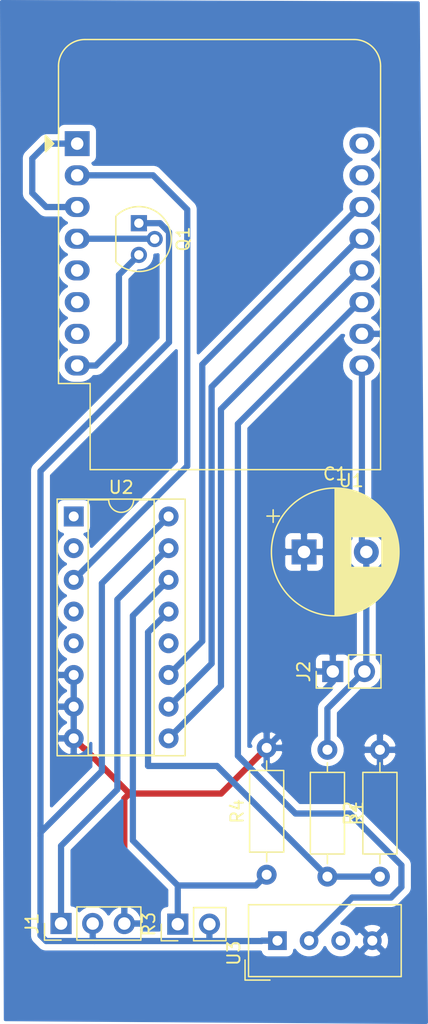
<source format=kicad_pcb>
(kicad_pcb (version 20171130) (host pcbnew "(5.1.4)-1")

  (general
    (thickness 1.6)
    (drawings 0)
    (tracks 90)
    (zones 0)
    (modules 11)
    (nets 26)
  )

  (page A4)
  (layers
    (0 F.Cu signal)
    (31 B.Cu signal)
    (32 B.Adhes user)
    (33 F.Adhes user)
    (34 B.Paste user)
    (35 F.Paste user)
    (36 B.SilkS user)
    (37 F.SilkS user hide)
    (38 B.Mask user)
    (39 F.Mask user)
    (40 Dwgs.User user)
    (41 Cmts.User user)
    (42 Eco1.User user)
    (43 Eco2.User user)
    (44 Edge.Cuts user)
    (45 Margin user)
    (46 B.CrtYd user)
    (47 F.CrtYd user)
    (48 B.Fab user)
    (49 F.Fab user)
  )

  (setup
    (last_trace_width 0.5)
    (trace_clearance 0.25)
    (zone_clearance 0.508)
    (zone_45_only no)
    (trace_min 0.4)
    (via_size 0.8)
    (via_drill 0.4)
    (via_min_size 0.4)
    (via_min_drill 0.3)
    (uvia_size 0.3)
    (uvia_drill 0.1)
    (uvias_allowed no)
    (uvia_min_size 0.2)
    (uvia_min_drill 0.1)
    (edge_width 0.05)
    (segment_width 0.2)
    (pcb_text_width 0.3)
    (pcb_text_size 1.5 1.5)
    (mod_edge_width 0.12)
    (mod_text_size 1 1)
    (mod_text_width 0.15)
    (pad_size 1.524 1.524)
    (pad_drill 0.762)
    (pad_to_mask_clearance 0.051)
    (solder_mask_min_width 0.25)
    (aux_axis_origin 0 0)
    (visible_elements 7FFFEFFF)
    (pcbplotparams
      (layerselection 0x010fc_ffffffff)
      (usegerberextensions false)
      (usegerberattributes false)
      (usegerberadvancedattributes false)
      (creategerberjobfile false)
      (excludeedgelayer true)
      (linewidth 0.100000)
      (plotframeref false)
      (viasonmask false)
      (mode 1)
      (useauxorigin false)
      (hpglpennumber 1)
      (hpglpenspeed 20)
      (hpglpendiameter 15.000000)
      (psnegative false)
      (psa4output false)
      (plotreference true)
      (plotvalue true)
      (plotinvisibletext false)
      (padsonsilk false)
      (subtractmaskfromsilk false)
      (outputformat 1)
      (mirror false)
      (drillshape 1)
      (scaleselection 1)
      (outputdirectory ""))
  )

  (net 0 "")
  (net 1 "Net-(U1-Pad1)")
  (net 2 "Net-(U1-Pad5)")
  (net 3 "Net-(U1-Pad6)")
  (net 4 "Net-(U1-Pad7)")
  (net 5 "Net-(U1-Pad15)")
  (net 6 "Net-(U1-Pad16)")
  (net 7 X1)
  (net 8 S_PWR+)
  (net 9 X0)
  (net 10 SENSORS_EN)
  (net 11 +3V3)
  (net 12 X2)
  (net 13 BATT+)
  (net 14 MUX-S0)
  (net 15 MUX-S1)
  (net 16 MUX-S2)
  (net 17 DHT22-SIG)
  (net 18 GND)
  (net 19 "Net-(U2-Pad1)")
  (net 20 "Net-(U2-Pad2)")
  (net 21 "Net-(U2-Pad4)")
  (net 22 "Net-(U2-Pad12)")
  (net 23 "Net-(U2-Pad5)")
  (net 24 "Net-(U3-Pad3)")
  (net 25 MUX-OUT)

  (net_class Default "This is the default net class."
    (clearance 0.25)
    (trace_width 0.5)
    (via_dia 0.8)
    (via_drill 0.4)
    (uvia_dia 0.3)
    (uvia_drill 0.1)
    (diff_pair_width 0.4)
    (diff_pair_gap 0.25)
    (add_net +3V3)
    (add_net BATT+)
    (add_net DHT22-SIG)
    (add_net GND)
    (add_net MUX-OUT)
    (add_net MUX-S0)
    (add_net MUX-S1)
    (add_net MUX-S2)
    (add_net "Net-(U1-Pad1)")
    (add_net "Net-(U1-Pad15)")
    (add_net "Net-(U1-Pad16)")
    (add_net "Net-(U1-Pad5)")
    (add_net "Net-(U1-Pad6)")
    (add_net "Net-(U1-Pad7)")
    (add_net "Net-(U2-Pad1)")
    (add_net "Net-(U2-Pad12)")
    (add_net "Net-(U2-Pad2)")
    (add_net "Net-(U2-Pad4)")
    (add_net "Net-(U2-Pad5)")
    (add_net "Net-(U3-Pad3)")
    (add_net SENSORS_EN)
    (add_net S_PWR+)
    (add_net X0)
    (add_net X1)
    (add_net X2)
  )

  (module Connector_PinHeader_2.54mm:PinHeader_1x03_P2.54mm_Vertical (layer F.Cu) (tedit 59FED5CC) (tstamp 60CF728F)
    (at 123.2154 105.3846 90)
    (descr "Through hole straight pin header, 1x03, 2.54mm pitch, single row")
    (tags "Through hole pin header THT 1x03 2.54mm single row")
    (path /60D108B4)
    (fp_text reference J1 (at 0 -2.33 90) (layer F.SilkS)
      (effects (font (size 1 1) (thickness 0.15)))
    )
    (fp_text value CM_SEN (at -2.5908 -0.3302 unlocked) (layer F.Fab)
      (effects (font (size 1 1) (thickness 0.15)) (justify left))
    )
    (fp_line (start -0.635 -1.27) (end 1.27 -1.27) (layer F.Fab) (width 0.1))
    (fp_line (start 1.27 -1.27) (end 1.27 6.35) (layer F.Fab) (width 0.1))
    (fp_line (start 1.27 6.35) (end -1.27 6.35) (layer F.Fab) (width 0.1))
    (fp_line (start -1.27 6.35) (end -1.27 -0.635) (layer F.Fab) (width 0.1))
    (fp_line (start -1.27 -0.635) (end -0.635 -1.27) (layer F.Fab) (width 0.1))
    (fp_line (start -1.33 6.41) (end 1.33 6.41) (layer F.SilkS) (width 0.12))
    (fp_line (start -1.33 1.27) (end -1.33 6.41) (layer F.SilkS) (width 0.12))
    (fp_line (start 1.33 1.27) (end 1.33 6.41) (layer F.SilkS) (width 0.12))
    (fp_line (start -1.33 1.27) (end 1.33 1.27) (layer F.SilkS) (width 0.12))
    (fp_line (start -1.33 0) (end -1.33 -1.33) (layer F.SilkS) (width 0.12))
    (fp_line (start -1.33 -1.33) (end 0 -1.33) (layer F.SilkS) (width 0.12))
    (fp_line (start -1.8 -1.8) (end -1.8 6.85) (layer F.CrtYd) (width 0.05))
    (fp_line (start -1.8 6.85) (end 1.8 6.85) (layer F.CrtYd) (width 0.05))
    (fp_line (start 1.8 6.85) (end 1.8 -1.8) (layer F.CrtYd) (width 0.05))
    (fp_line (start 1.8 -1.8) (end -1.8 -1.8) (layer F.CrtYd) (width 0.05))
    (fp_text user %R (at 0 2.54) (layer F.Fab)
      (effects (font (size 1 1) (thickness 0.15)))
    )
    (pad 1 thru_hole rect (at 0 0 90) (size 1.7 1.7) (drill 1) (layers *.Cu *.Mask)
      (net 12 X2))
    (pad 2 thru_hole oval (at 0 2.54 90) (size 1.7 1.7) (drill 1) (layers *.Cu *.Mask)
      (net 8 S_PWR+))
    (pad 3 thru_hole oval (at 0 5.08 90) (size 1.7 1.7) (drill 1) (layers *.Cu *.Mask)
      (net 18 GND))
    (model ${KISYS3DMOD}/Connector_PinHeader_2.54mm.3dshapes/PinHeader_1x03_P2.54mm_Vertical.wrl
      (at (xyz 0 0 0))
      (scale (xyz 1 1 1))
      (rotate (xyz 0 0 0))
    )
  )

  (module Package_DIP:DIP-16_W7.62mm_Socket (layer F.Cu) (tedit 5A02E8C5) (tstamp 60CF7329)
    (at 124.2314 72.771)
    (descr "16-lead though-hole mounted DIP package, row spacing 7.62 mm (300 mils), Socket")
    (tags "THT DIP DIL PDIP 2.54mm 7.62mm 300mil Socket")
    (path /60CF08B7)
    (fp_text reference U2 (at 3.81 -2.33) (layer F.SilkS)
      (effects (font (size 1 1) (thickness 0.15)))
    )
    (fp_text value CD4051B (at 3.81 20.11) (layer F.Fab)
      (effects (font (size 1 1) (thickness 0.15)))
    )
    (fp_arc (start 3.81 -1.33) (end 2.81 -1.33) (angle -180) (layer F.SilkS) (width 0.12))
    (fp_line (start 1.635 -1.27) (end 6.985 -1.27) (layer F.Fab) (width 0.1))
    (fp_line (start 6.985 -1.27) (end 6.985 19.05) (layer F.Fab) (width 0.1))
    (fp_line (start 6.985 19.05) (end 0.635 19.05) (layer F.Fab) (width 0.1))
    (fp_line (start 0.635 19.05) (end 0.635 -0.27) (layer F.Fab) (width 0.1))
    (fp_line (start 0.635 -0.27) (end 1.635 -1.27) (layer F.Fab) (width 0.1))
    (fp_line (start -1.27 -1.33) (end -1.27 19.11) (layer F.Fab) (width 0.1))
    (fp_line (start -1.27 19.11) (end 8.89 19.11) (layer F.Fab) (width 0.1))
    (fp_line (start 8.89 19.11) (end 8.89 -1.33) (layer F.Fab) (width 0.1))
    (fp_line (start 8.89 -1.33) (end -1.27 -1.33) (layer F.Fab) (width 0.1))
    (fp_line (start 2.81 -1.33) (end 1.16 -1.33) (layer F.SilkS) (width 0.12))
    (fp_line (start 1.16 -1.33) (end 1.16 19.11) (layer F.SilkS) (width 0.12))
    (fp_line (start 1.16 19.11) (end 6.46 19.11) (layer F.SilkS) (width 0.12))
    (fp_line (start 6.46 19.11) (end 6.46 -1.33) (layer F.SilkS) (width 0.12))
    (fp_line (start 6.46 -1.33) (end 4.81 -1.33) (layer F.SilkS) (width 0.12))
    (fp_line (start -1.33 -1.39) (end -1.33 19.17) (layer F.SilkS) (width 0.12))
    (fp_line (start -1.33 19.17) (end 8.95 19.17) (layer F.SilkS) (width 0.12))
    (fp_line (start 8.95 19.17) (end 8.95 -1.39) (layer F.SilkS) (width 0.12))
    (fp_line (start 8.95 -1.39) (end -1.33 -1.39) (layer F.SilkS) (width 0.12))
    (fp_line (start -1.55 -1.6) (end -1.55 19.4) (layer F.CrtYd) (width 0.05))
    (fp_line (start -1.55 19.4) (end 9.15 19.4) (layer F.CrtYd) (width 0.05))
    (fp_line (start 9.15 19.4) (end 9.15 -1.6) (layer F.CrtYd) (width 0.05))
    (fp_line (start 9.15 -1.6) (end -1.55 -1.6) (layer F.CrtYd) (width 0.05))
    (fp_text user %R (at 3.81 8.89) (layer F.Fab)
      (effects (font (size 1 1) (thickness 0.15)))
    )
    (pad 1 thru_hole rect (at 0 0) (size 1.6 1.6) (drill 0.8) (layers *.Cu *.Mask)
      (net 19 "Net-(U2-Pad1)"))
    (pad 9 thru_hole oval (at 7.62 17.78) (size 1.6 1.6) (drill 0.8) (layers *.Cu *.Mask)
      (net 16 MUX-S2))
    (pad 2 thru_hole oval (at 0 2.54) (size 1.6 1.6) (drill 0.8) (layers *.Cu *.Mask)
      (net 20 "Net-(U2-Pad2)"))
    (pad 10 thru_hole oval (at 7.62 15.24) (size 1.6 1.6) (drill 0.8) (layers *.Cu *.Mask)
      (net 15 MUX-S1))
    (pad 3 thru_hole oval (at 0 5.08) (size 1.6 1.6) (drill 0.8) (layers *.Cu *.Mask)
      (net 25 MUX-OUT))
    (pad 11 thru_hole oval (at 7.62 12.7) (size 1.6 1.6) (drill 0.8) (layers *.Cu *.Mask)
      (net 14 MUX-S0))
    (pad 4 thru_hole oval (at 0 7.62) (size 1.6 1.6) (drill 0.8) (layers *.Cu *.Mask)
      (net 21 "Net-(U2-Pad4)"))
    (pad 12 thru_hole oval (at 7.62 10.16) (size 1.6 1.6) (drill 0.8) (layers *.Cu *.Mask)
      (net 22 "Net-(U2-Pad12)"))
    (pad 5 thru_hole oval (at 0 10.16) (size 1.6 1.6) (drill 0.8) (layers *.Cu *.Mask)
      (net 23 "Net-(U2-Pad5)"))
    (pad 13 thru_hole oval (at 7.62 7.62) (size 1.6 1.6) (drill 0.8) (layers *.Cu *.Mask)
      (net 9 X0))
    (pad 6 thru_hole oval (at 0 12.7) (size 1.6 1.6) (drill 0.8) (layers *.Cu *.Mask)
      (net 18 GND))
    (pad 14 thru_hole oval (at 7.62 5.08) (size 1.6 1.6) (drill 0.8) (layers *.Cu *.Mask)
      (net 7 X1))
    (pad 7 thru_hole oval (at 0 15.24) (size 1.6 1.6) (drill 0.8) (layers *.Cu *.Mask)
      (net 18 GND))
    (pad 15 thru_hole oval (at 7.62 2.54) (size 1.6 1.6) (drill 0.8) (layers *.Cu *.Mask)
      (net 12 X2))
    (pad 8 thru_hole oval (at 0 17.78) (size 1.6 1.6) (drill 0.8) (layers *.Cu *.Mask)
      (net 18 GND))
    (pad 16 thru_hole oval (at 7.62 0) (size 1.6 1.6) (drill 0.8) (layers *.Cu *.Mask)
      (net 8 S_PWR+))
    (model ${KISYS3DMOD}/Package_DIP.3dshapes/DIP-16_W7.62mm_Socket.wrl
      (at (xyz 0 0 0))
      (scale (xyz 1 1 1))
      (rotate (xyz 0 0 0))
    )
  )

  (module Module:WEMOS_D1_mini_light (layer F.Cu) (tedit 5BBFB1CE) (tstamp 60C64B6E)
    (at 124.5108 42.9006)
    (descr "16-pin module, column spacing 22.86 mm (900 mils), https://wiki.wemos.cc/products:d1:d1_mini, https://c1.staticflickr.com/1/734/31400410271_f278b087db_z.jpg")
    (tags "ESP8266 WiFi microcontroller")
    (path /60C605BE)
    (fp_text reference U1 (at 22 27) (layer F.SilkS)
      (effects (font (size 1 1) (thickness 0.15)))
    )
    (fp_text value WeMos_D1_mini (at 11.7 0) (layer F.Fab)
      (effects (font (size 1 1) (thickness 0.15)))
    )
    (fp_line (start 1.04 26.12) (end 24.36 26.12) (layer F.SilkS) (width 0.12))
    (fp_line (start -1.5 19.22) (end -1.5 -6.21) (layer F.SilkS) (width 0.12))
    (fp_line (start 24.36 26.12) (end 24.36 -6.21) (layer F.SilkS) (width 0.12))
    (fp_line (start 22.24 -8.34) (end 0.63 -8.34) (layer F.SilkS) (width 0.12))
    (fp_line (start 1.17 25.99) (end 24.23 25.99) (layer F.Fab) (width 0.1))
    (fp_line (start 24.23 25.99) (end 24.23 -6.21) (layer F.Fab) (width 0.1))
    (fp_line (start 22.23 -8.21) (end 0.63 -8.21) (layer F.Fab) (width 0.1))
    (fp_line (start -1.37 1) (end -1.37 19.09) (layer F.Fab) (width 0.1))
    (fp_text user %R (at 11.43 10) (layer F.Fab)
      (effects (font (size 1 1) (thickness 0.15)))
    )
    (fp_line (start -1.62 -8.46) (end 24.48 -8.46) (layer F.CrtYd) (width 0.05))
    (fp_line (start 24.48 -8.41) (end 24.48 26.24) (layer F.CrtYd) (width 0.05))
    (fp_line (start 24.48 26.24) (end -1.62 26.24) (layer F.CrtYd) (width 0.05))
    (fp_line (start -1.62 26.24) (end -1.62 -8.46) (layer F.CrtYd) (width 0.05))
    (fp_poly (pts (xy -2.54 -0.635) (xy -2.54 0.635) (xy -1.905 0)) (layer F.SilkS) (width 0.15))
    (fp_line (start -1.35 -1.4) (end 24.25 -1.4) (layer Dwgs.User) (width 0.1))
    (fp_line (start 24.25 -1.4) (end 24.25 -8.2) (layer Dwgs.User) (width 0.1))
    (fp_line (start 24.25 -8.2) (end -1.35 -8.2) (layer Dwgs.User) (width 0.1))
    (fp_line (start -1.35 -8.2) (end -1.35 -1.4) (layer Dwgs.User) (width 0.1))
    (fp_line (start -1.35 -1.4) (end 5.45 -8.2) (layer Dwgs.User) (width 0.1))
    (fp_line (start 0.65 -1.4) (end 7.45 -8.2) (layer Dwgs.User) (width 0.1))
    (fp_line (start 2.65 -1.4) (end 9.45 -8.2) (layer Dwgs.User) (width 0.1))
    (fp_line (start 4.65 -1.4) (end 11.45 -8.2) (layer Dwgs.User) (width 0.1))
    (fp_line (start 6.65 -1.4) (end 13.45 -8.2) (layer Dwgs.User) (width 0.1))
    (fp_line (start 8.65 -1.4) (end 15.45 -8.2) (layer Dwgs.User) (width 0.1))
    (fp_line (start 10.65 -1.4) (end 17.45 -8.2) (layer Dwgs.User) (width 0.1))
    (fp_line (start 12.65 -1.4) (end 19.45 -8.2) (layer Dwgs.User) (width 0.1))
    (fp_line (start 14.65 -1.4) (end 21.45 -8.2) (layer Dwgs.User) (width 0.1))
    (fp_line (start 16.65 -1.4) (end 23.45 -8.2) (layer Dwgs.User) (width 0.1))
    (fp_line (start 18.65 -1.4) (end 24.25 -7) (layer Dwgs.User) (width 0.1))
    (fp_line (start 20.65 -1.4) (end 24.25 -5) (layer Dwgs.User) (width 0.1))
    (fp_line (start 22.65 -1.4) (end 24.25 -3) (layer Dwgs.User) (width 0.1))
    (fp_line (start -1.35 -3.4) (end 3.45 -8.2) (layer Dwgs.User) (width 0.1))
    (fp_line (start -1.3 -5.45) (end 1.45 -8.2) (layer Dwgs.User) (width 0.1))
    (fp_line (start -1.35 -7.4) (end -0.55 -8.2) (layer Dwgs.User) (width 0.1))
    (fp_line (start -1.37 19.09) (end 1.17 19.09) (layer F.Fab) (width 0.1))
    (fp_line (start 1.17 19.09) (end 1.17 25.99) (layer F.Fab) (width 0.1))
    (fp_line (start -1.37 -6.21) (end -1.37 -1) (layer F.Fab) (width 0.1))
    (fp_line (start -1.37 1) (end -0.37 0) (layer F.Fab) (width 0.1))
    (fp_line (start -0.37 0) (end -1.37 -1) (layer F.Fab) (width 0.1))
    (fp_arc (start 0.63 -6.21) (end 0.63 -8.21) (angle -90) (layer F.Fab) (width 0.1))
    (fp_arc (start 22.23 -6.21) (end 24.23 -6.19) (angle -90) (layer F.Fab) (width 0.1))
    (fp_line (start -1.5 19.22) (end 1.04 19.22) (layer F.SilkS) (width 0.12))
    (fp_line (start 1.04 19.22) (end 1.04 26.12) (layer F.SilkS) (width 0.12))
    (fp_arc (start 0.63 -6.21) (end 0.63 -8.34) (angle -90) (layer F.SilkS) (width 0.12))
    (fp_arc (start 22.23 -6.21) (end 24.36 -6.21) (angle -90) (layer F.SilkS) (width 0.12))
    (fp_text user "KEEP OUT" (at 11.43 -6.35) (layer Cmts.User)
      (effects (font (size 1 1) (thickness 0.15)))
    )
    (fp_text user "No copper" (at 11.43 -3.81) (layer Cmts.User)
      (effects (font (size 1 1) (thickness 0.15)))
    )
    (pad 2 thru_hole oval (at 0 2.54) (size 2 1.6) (drill 1) (layers *.Cu *.Mask)
      (net 25 MUX-OUT))
    (pad 1 thru_hole rect (at 0 0) (size 2 2) (drill 1) (layers *.Cu *.Mask)
      (net 1 "Net-(U1-Pad1)"))
    (pad 3 thru_hole oval (at 0 5.08) (size 2 1.6) (drill 1) (layers *.Cu *.Mask)
      (net 1 "Net-(U1-Pad1)"))
    (pad 4 thru_hole oval (at 0 7.62) (size 2 1.6) (drill 1) (layers *.Cu *.Mask)
      (net 10 SENSORS_EN))
    (pad 5 thru_hole oval (at 0 10.16) (size 2 1.6) (drill 1) (layers *.Cu *.Mask)
      (net 2 "Net-(U1-Pad5)"))
    (pad 6 thru_hole oval (at 0 12.7) (size 2 1.6) (drill 1) (layers *.Cu *.Mask)
      (net 3 "Net-(U1-Pad6)"))
    (pad 7 thru_hole oval (at 0 15.24) (size 2 1.6) (drill 1) (layers *.Cu *.Mask)
      (net 4 "Net-(U1-Pad7)"))
    (pad 8 thru_hole oval (at 0 17.78) (size 2 1.6) (drill 1) (layers *.Cu *.Mask)
      (net 11 +3V3))
    (pad 9 thru_hole oval (at 22.86 17.78) (size 2 1.6) (drill 1) (layers *.Cu *.Mask)
      (net 13 BATT+))
    (pad 10 thru_hole oval (at 22.86 15.24) (size 2 1.6) (drill 1) (layers *.Cu *.Mask)
      (net 18 GND))
    (pad 11 thru_hole oval (at 22.86 12.7) (size 2 1.6) (drill 1) (layers *.Cu *.Mask)
      (net 17 DHT22-SIG))
    (pad 12 thru_hole oval (at 22.86 10.16) (size 2 1.6) (drill 1) (layers *.Cu *.Mask)
      (net 16 MUX-S2))
    (pad 13 thru_hole oval (at 22.86 7.62) (size 2 1.6) (drill 1) (layers *.Cu *.Mask)
      (net 15 MUX-S1))
    (pad 14 thru_hole oval (at 22.86 5.08) (size 2 1.6) (drill 1) (layers *.Cu *.Mask)
      (net 14 MUX-S0))
    (pad 15 thru_hole oval (at 22.86 2.54) (size 2 1.6) (drill 1) (layers *.Cu *.Mask)
      (net 5 "Net-(U1-Pad15)"))
    (pad 16 thru_hole oval (at 22.86 0) (size 2 1.6) (drill 1) (layers *.Cu *.Mask)
      (net 6 "Net-(U1-Pad16)"))
    (model ${KISYS3DMOD}/Module.3dshapes/WEMOS_D1_mini_light.wrl
      (at (xyz 0 0 0))
      (scale (xyz 1 1 1))
      (rotate (xyz 0 0 0))
    )
    (model ${KISYS3DMOD}/Connector_PinHeader_2.54mm.3dshapes/PinHeader_1x08_P2.54mm_Vertical.wrl
      (offset (xyz 0 0 9.5))
      (scale (xyz 1 1 1))
      (rotate (xyz 0 -180 0))
    )
    (model ${KISYS3DMOD}/Connector_PinHeader_2.54mm.3dshapes/PinHeader_1x08_P2.54mm_Vertical.wrl
      (offset (xyz 22.86 0 9.5))
      (scale (xyz 1 1 1))
      (rotate (xyz 0 -180 0))
    )
    (model ${KISYS3DMOD}/Connector_PinSocket_2.54mm.3dshapes/PinSocket_1x08_P2.54mm_Vertical.wrl
      (at (xyz 0 0 0))
      (scale (xyz 1 1 1))
      (rotate (xyz 0 0 0))
    )
    (model ${KISYS3DMOD}/Connector_PinSocket_2.54mm.3dshapes/PinSocket_1x08_P2.54mm_Vertical.wrl
      (offset (xyz 22.86 0 0))
      (scale (xyz 1 1 1))
      (rotate (xyz 0 0 0))
    )
  )

  (module TO-92 (layer F.Cu) (tedit 5A279852) (tstamp 60CF72A1)
    (at 129.4638 49.276 270)
    (descr "TO-92 leads molded, narrow, drill 0.75mm (see NXP sot054_po.pdf)")
    (tags "to-92 sc-43 sc-43a sot54 PA33 transistor")
    (path /60C68CA6)
    (fp_text reference Q1 (at 1.27 -3.56 90) (layer F.SilkS)
      (effects (font (size 1 1) (thickness 0.15)))
    )
    (fp_text value 2N3904 (at 1.27 2.79 90) (layer F.Fab)
      (effects (font (size 1 1) (thickness 0.15)))
    )
    (fp_text user %R (at 1.27 -3.56 90) (layer F.Fab)
      (effects (font (size 1 1) (thickness 0.15)))
    )
    (fp_line (start -0.53 1.85) (end 3.07 1.85) (layer F.SilkS) (width 0.12))
    (fp_line (start -0.5 1.75) (end 3 1.75) (layer F.Fab) (width 0.1))
    (fp_line (start -1.46 -2.73) (end 4 -2.73) (layer F.CrtYd) (width 0.05))
    (fp_line (start -1.46 -2.73) (end -1.46 2.01) (layer F.CrtYd) (width 0.05))
    (fp_line (start 4 2.01) (end 4 -2.73) (layer F.CrtYd) (width 0.05))
    (fp_line (start 4 2.01) (end -1.46 2.01) (layer F.CrtYd) (width 0.05))
    (fp_arc (start 1.27 0) (end 1.27 -2.48) (angle 135) (layer F.Fab) (width 0.1))
    (fp_arc (start 1.27 0) (end 1.27 -2.6) (angle -135) (layer F.SilkS) (width 0.12))
    (fp_arc (start 1.27 0) (end 1.27 -2.48) (angle -135) (layer F.Fab) (width 0.1))
    (fp_arc (start 1.27 0) (end 1.27 -2.6) (angle 135) (layer F.SilkS) (width 0.12))
    (pad 2 thru_hole circle (at 1.27 -1.27) (size 1.3 1.3) (drill 0.75) (layers *.Cu *.Mask)
      (net 10 SENSORS_EN))
    (pad 3 thru_hole circle (at 2.54 0) (size 1.3 1.3) (drill 0.75) (layers *.Cu *.Mask)
      (net 11 +3V3))
    (pad 1 thru_hole rect (at 0 0) (size 1.3 1.3) (drill 0.75) (layers *.Cu *.Mask)
      (net 8 S_PWR+))
    (model ${KISYS3DMOD}/Package_TO_SOT_THT.3dshapes/TO-92.wrl
      (at (xyz 0 0 0))
      (scale (xyz 1 1 1))
      (rotate (xyz 0 0 0))
    )
  )

  (module Resistor_THT:R_Axial_DIN0207_L6.3mm_D2.5mm_P10.16mm_Horizontal (layer F.Cu) (tedit 5AE5139B) (tstamp 60CF72B8)
    (at 139.7254 101.473 90)
    (descr "Resistor, Axial_DIN0207 series, Axial, Horizontal, pin pitch=10.16mm, 0.25W = 1/4W, length*diameter=6.3*2.5mm^2, http://cdn-reichelt.de/documents/datenblatt/B400/1_4W%23YAG.pdf")
    (tags "Resistor Axial_DIN0207 series Axial Horizontal pin pitch 10.16mm 0.25W = 1/4W length 6.3mm diameter 2.5mm")
    (path /60D1A25F)
    (fp_text reference R4 (at 5.08 -2.37 90) (layer F.SilkS)
      (effects (font (size 1 1) (thickness 0.15)))
    )
    (fp_text value 10k (at 5.08 2.37 90) (layer F.Fab)
      (effects (font (size 1 1) (thickness 0.15)))
    )
    (fp_text user %R (at 5.08 0 90) (layer F.Fab)
      (effects (font (size 1 1) (thickness 0.15)))
    )
    (fp_line (start 11.21 -1.5) (end -1.05 -1.5) (layer F.CrtYd) (width 0.05))
    (fp_line (start 11.21 1.5) (end 11.21 -1.5) (layer F.CrtYd) (width 0.05))
    (fp_line (start -1.05 1.5) (end 11.21 1.5) (layer F.CrtYd) (width 0.05))
    (fp_line (start -1.05 -1.5) (end -1.05 1.5) (layer F.CrtYd) (width 0.05))
    (fp_line (start 9.12 0) (end 8.35 0) (layer F.SilkS) (width 0.12))
    (fp_line (start 1.04 0) (end 1.81 0) (layer F.SilkS) (width 0.12))
    (fp_line (start 8.35 -1.37) (end 1.81 -1.37) (layer F.SilkS) (width 0.12))
    (fp_line (start 8.35 1.37) (end 8.35 -1.37) (layer F.SilkS) (width 0.12))
    (fp_line (start 1.81 1.37) (end 8.35 1.37) (layer F.SilkS) (width 0.12))
    (fp_line (start 1.81 -1.37) (end 1.81 1.37) (layer F.SilkS) (width 0.12))
    (fp_line (start 10.16 0) (end 8.23 0) (layer F.Fab) (width 0.1))
    (fp_line (start 0 0) (end 1.93 0) (layer F.Fab) (width 0.1))
    (fp_line (start 8.23 -1.25) (end 1.93 -1.25) (layer F.Fab) (width 0.1))
    (fp_line (start 8.23 1.25) (end 8.23 -1.25) (layer F.Fab) (width 0.1))
    (fp_line (start 1.93 1.25) (end 8.23 1.25) (layer F.Fab) (width 0.1))
    (fp_line (start 1.93 -1.25) (end 1.93 1.25) (layer F.Fab) (width 0.1))
    (pad 2 thru_hole oval (at 10.16 0 90) (size 1.6 1.6) (drill 0.8) (layers *.Cu *.Mask)
      (net 18 GND))
    (pad 1 thru_hole circle (at 0 0 90) (size 1.6 1.6) (drill 0.8) (layers *.Cu *.Mask)
      (net 7 X1))
    (model ${KISYS3DMOD}/Resistor_THT.3dshapes/R_Axial_DIN0207_L6.3mm_D2.5mm_P10.16mm_Horizontal.wrl
      (at (xyz 0 0 0))
      (scale (xyz 1 1 1))
      (rotate (xyz 0 0 0))
    )
  )

  (module Resistor_THT:R_Axial_DIN0207_L6.3mm_D2.5mm_P10.16mm_Horizontal (layer F.Cu) (tedit 5AE5139B) (tstamp 60CF72CF)
    (at 144.6022 91.4654 270)
    (descr "Resistor, Axial_DIN0207 series, Axial, Horizontal, pin pitch=10.16mm, 0.25W = 1/4W, length*diameter=6.3*2.5mm^2, http://cdn-reichelt.de/documents/datenblatt/B400/1_4W%23YAG.pdf")
    (tags "Resistor Axial_DIN0207 series Axial Horizontal pin pitch 10.16mm 0.25W = 1/4W length 6.3mm diameter 2.5mm")
    (path /60C6A971)
    (fp_text reference R1 (at 5.08 -2.37 90) (layer F.SilkS)
      (effects (font (size 1 1) (thickness 0.15)))
    )
    (fp_text value R100K (at 5.08 2.37 90) (layer F.Fab)
      (effects (font (size 1 1) (thickness 0.15)))
    )
    (fp_line (start 1.93 -1.25) (end 1.93 1.25) (layer F.Fab) (width 0.1))
    (fp_line (start 1.93 1.25) (end 8.23 1.25) (layer F.Fab) (width 0.1))
    (fp_line (start 8.23 1.25) (end 8.23 -1.25) (layer F.Fab) (width 0.1))
    (fp_line (start 8.23 -1.25) (end 1.93 -1.25) (layer F.Fab) (width 0.1))
    (fp_line (start 0 0) (end 1.93 0) (layer F.Fab) (width 0.1))
    (fp_line (start 10.16 0) (end 8.23 0) (layer F.Fab) (width 0.1))
    (fp_line (start 1.81 -1.37) (end 1.81 1.37) (layer F.SilkS) (width 0.12))
    (fp_line (start 1.81 1.37) (end 8.35 1.37) (layer F.SilkS) (width 0.12))
    (fp_line (start 8.35 1.37) (end 8.35 -1.37) (layer F.SilkS) (width 0.12))
    (fp_line (start 8.35 -1.37) (end 1.81 -1.37) (layer F.SilkS) (width 0.12))
    (fp_line (start 1.04 0) (end 1.81 0) (layer F.SilkS) (width 0.12))
    (fp_line (start 9.12 0) (end 8.35 0) (layer F.SilkS) (width 0.12))
    (fp_line (start -1.05 -1.5) (end -1.05 1.5) (layer F.CrtYd) (width 0.05))
    (fp_line (start -1.05 1.5) (end 11.21 1.5) (layer F.CrtYd) (width 0.05))
    (fp_line (start 11.21 1.5) (end 11.21 -1.5) (layer F.CrtYd) (width 0.05))
    (fp_line (start 11.21 -1.5) (end -1.05 -1.5) (layer F.CrtYd) (width 0.05))
    (fp_text user %R (at 5.08 0 90) (layer F.Fab)
      (effects (font (size 1 1) (thickness 0.15)))
    )
    (pad 1 thru_hole circle (at 0 0 270) (size 1.6 1.6) (drill 0.8) (layers *.Cu *.Mask)
      (net 13 BATT+))
    (pad 2 thru_hole oval (at 10.16 0 270) (size 1.6 1.6) (drill 0.8) (layers *.Cu *.Mask)
      (net 9 X0))
    (model ${KISYS3DMOD}/Resistor_THT.3dshapes/R_Axial_DIN0207_L6.3mm_D2.5mm_P10.16mm_Horizontal.wrl
      (at (xyz 0 0 0))
      (scale (xyz 1 1 1))
      (rotate (xyz 0 0 0))
    )
  )

  (module Connector_PinHeader_2.54mm:PinHeader_1x02_P2.54mm_Vertical (layer F.Cu) (tedit 59FED5CC) (tstamp 60CF72E5)
    (at 132.588 105.4354 90)
    (descr "Through hole straight pin header, 1x02, 2.54mm pitch, single row")
    (tags "Through hole pin header THT 1x02 2.54mm single row")
    (path /60C6B179)
    (fp_text reference R3 (at 0 -2.33 90) (layer F.SilkS)
      (effects (font (size 1 1) (thickness 0.15)))
    )
    (fp_text value R_PHOTO (at -2.5908 1.0922) (layer F.Fab)
      (effects (font (size 1 1) (thickness 0.15)))
    )
    (fp_line (start -0.635 -1.27) (end 1.27 -1.27) (layer F.Fab) (width 0.1))
    (fp_line (start 1.27 -1.27) (end 1.27 3.81) (layer F.Fab) (width 0.1))
    (fp_line (start 1.27 3.81) (end -1.27 3.81) (layer F.Fab) (width 0.1))
    (fp_line (start -1.27 3.81) (end -1.27 -0.635) (layer F.Fab) (width 0.1))
    (fp_line (start -1.27 -0.635) (end -0.635 -1.27) (layer F.Fab) (width 0.1))
    (fp_line (start -1.33 3.87) (end 1.33 3.87) (layer F.SilkS) (width 0.12))
    (fp_line (start -1.33 1.27) (end -1.33 3.87) (layer F.SilkS) (width 0.12))
    (fp_line (start 1.33 1.27) (end 1.33 3.87) (layer F.SilkS) (width 0.12))
    (fp_line (start -1.33 1.27) (end 1.33 1.27) (layer F.SilkS) (width 0.12))
    (fp_line (start -1.33 0) (end -1.33 -1.33) (layer F.SilkS) (width 0.12))
    (fp_line (start -1.33 -1.33) (end 0 -1.33) (layer F.SilkS) (width 0.12))
    (fp_line (start -1.8 -1.8) (end -1.8 4.35) (layer F.CrtYd) (width 0.05))
    (fp_line (start -1.8 4.35) (end 1.8 4.35) (layer F.CrtYd) (width 0.05))
    (fp_line (start 1.8 4.35) (end 1.8 -1.8) (layer F.CrtYd) (width 0.05))
    (fp_line (start 1.8 -1.8) (end -1.8 -1.8) (layer F.CrtYd) (width 0.05))
    (fp_text user %R (at 0 1.27) (layer F.Fab)
      (effects (font (size 1 1) (thickness 0.15)))
    )
    (pad 1 thru_hole rect (at 0 0 90) (size 1.7 1.7) (drill 1) (layers *.Cu *.Mask)
      (net 7 X1))
    (pad 2 thru_hole oval (at 0 2.54 90) (size 1.7 1.7) (drill 1) (layers *.Cu *.Mask)
      (net 8 S_PWR+))
    (model ${KISYS3DMOD}/Connector_PinHeader_2.54mm.3dshapes/PinHeader_1x02_P2.54mm_Vertical.wrl
      (at (xyz 0 0 0))
      (scale (xyz 1 1 1))
      (rotate (xyz 0 0 0))
    )
  )

  (module Sensor:Aosong_DHT11_5.5x12.0_P2.54mm (layer F.Cu) (tedit 5C4B60CF) (tstamp 60CF72FD)
    (at 140.589 106.7562 90)
    (descr "Temperature and humidity module, http://akizukidenshi.com/download/ds/aosong/DHT11.pdf")
    (tags "Temperature and humidity module")
    (path /60C6BCC1)
    (fp_text reference U3 (at -1 -3.5 90) (layer F.SilkS)
      (effects (font (size 1 1) (thickness 0.15)))
    )
    (fp_text value DHT11 (at -4.2164 3.6322 180) (layer F.Fab)
      (effects (font (size 1 1) (thickness 0.15)))
    )
    (fp_line (start -1.75 -2.19) (end 2.75 -2.19) (layer F.Fab) (width 0.1))
    (fp_line (start 2.75 -2.19) (end 2.75 9.81) (layer F.Fab) (width 0.1))
    (fp_line (start 2.75 9.81) (end -2.75 9.81) (layer F.Fab) (width 0.1))
    (fp_line (start -2.75 -1.19) (end -2.75 9.81) (layer F.Fab) (width 0.1))
    (fp_line (start -2.87 -2.32) (end 2.87 -2.32) (layer F.SilkS) (width 0.12))
    (fp_line (start 2.88 -2.32) (end 2.88 9.94) (layer F.SilkS) (width 0.12))
    (fp_line (start 2.88 9.94) (end -2.88 9.94) (layer F.SilkS) (width 0.12))
    (fp_line (start -2.88 9.94) (end -2.88 -2.31) (layer F.SilkS) (width 0.12))
    (fp_text user %R (at 0 3.81 90) (layer F.Fab)
      (effects (font (size 1 1) (thickness 0.15)))
    )
    (fp_line (start -3 -2.44) (end 3 -2.44) (layer F.CrtYd) (width 0.05))
    (fp_line (start 3 -2.44) (end 3 10.06) (layer F.CrtYd) (width 0.05))
    (fp_line (start 3 10.06) (end -3 10.06) (layer F.CrtYd) (width 0.05))
    (fp_line (start -3 10.06) (end -3 -2.44) (layer F.CrtYd) (width 0.05))
    (fp_line (start -2.75 -1.19) (end -1.75 -2.19) (layer F.Fab) (width 0.1))
    (fp_line (start -3.16 -2.6) (end -3.16 -0.6) (layer F.SilkS) (width 0.12))
    (fp_line (start -3.16 -2.6) (end -1.55 -2.6) (layer F.SilkS) (width 0.12))
    (pad 1 thru_hole rect (at 0 0 90) (size 1.5 1.5) (drill 0.8) (layers *.Cu *.Mask)
      (net 8 S_PWR+))
    (pad 2 thru_hole circle (at 0 2.54 90) (size 1.5 1.5) (drill 0.8) (layers *.Cu *.Mask)
      (net 17 DHT22-SIG))
    (pad 3 thru_hole circle (at 0 5.08 90) (size 1.5 1.5) (drill 0.8) (layers *.Cu *.Mask)
      (net 24 "Net-(U3-Pad3)"))
    (pad 4 thru_hole circle (at 0 7.62 90) (size 1.5 1.5) (drill 0.8) (layers *.Cu *.Mask)
      (net 18 GND))
    (model ${KISYS3DMOD}/Sensor.3dshapes/Aosong_DHT11_5.5x12.0_P2.54mm.wrl
      (at (xyz 0 0 0))
      (scale (xyz 1 1 1))
      (rotate (xyz 0 0 0))
    )
  )

  (module Resistor_THT:R_Axial_DIN0207_L6.3mm_D2.5mm_P10.16mm_Horizontal (layer F.Cu) (tedit 5AE5139B) (tstamp 60CF775B)
    (at 148.8186 101.6254 90)
    (descr "Resistor, Axial_DIN0207 series, Axial, Horizontal, pin pitch=10.16mm, 0.25W = 1/4W, length*diameter=6.3*2.5mm^2, http://cdn-reichelt.de/documents/datenblatt/B400/1_4W%23YAG.pdf")
    (tags "Resistor Axial_DIN0207 series Axial Horizontal pin pitch 10.16mm 0.25W = 1/4W length 6.3mm diameter 2.5mm")
    (path /60D26EDA)
    (fp_text reference R2 (at 5.08 -2.37 90) (layer F.SilkS)
      (effects (font (size 1 1) (thickness 0.15)))
    )
    (fp_text value R100K (at 5.08 2.37 90) (layer F.Fab)
      (effects (font (size 1 1) (thickness 0.15)))
    )
    (fp_line (start 1.93 -1.25) (end 1.93 1.25) (layer F.Fab) (width 0.1))
    (fp_line (start 1.93 1.25) (end 8.23 1.25) (layer F.Fab) (width 0.1))
    (fp_line (start 8.23 1.25) (end 8.23 -1.25) (layer F.Fab) (width 0.1))
    (fp_line (start 8.23 -1.25) (end 1.93 -1.25) (layer F.Fab) (width 0.1))
    (fp_line (start 0 0) (end 1.93 0) (layer F.Fab) (width 0.1))
    (fp_line (start 10.16 0) (end 8.23 0) (layer F.Fab) (width 0.1))
    (fp_line (start 1.81 -1.37) (end 1.81 1.37) (layer F.SilkS) (width 0.12))
    (fp_line (start 1.81 1.37) (end 8.35 1.37) (layer F.SilkS) (width 0.12))
    (fp_line (start 8.35 1.37) (end 8.35 -1.37) (layer F.SilkS) (width 0.12))
    (fp_line (start 8.35 -1.37) (end 1.81 -1.37) (layer F.SilkS) (width 0.12))
    (fp_line (start 1.04 0) (end 1.81 0) (layer F.SilkS) (width 0.12))
    (fp_line (start 9.12 0) (end 8.35 0) (layer F.SilkS) (width 0.12))
    (fp_line (start -1.05 -1.5) (end -1.05 1.5) (layer F.CrtYd) (width 0.05))
    (fp_line (start -1.05 1.5) (end 11.21 1.5) (layer F.CrtYd) (width 0.05))
    (fp_line (start 11.21 1.5) (end 11.21 -1.5) (layer F.CrtYd) (width 0.05))
    (fp_line (start 11.21 -1.5) (end -1.05 -1.5) (layer F.CrtYd) (width 0.05))
    (fp_text user %R (at 5.08 0 90) (layer F.Fab)
      (effects (font (size 1 1) (thickness 0.15)))
    )
    (pad 1 thru_hole circle (at 0 0 90) (size 1.6 1.6) (drill 0.8) (layers *.Cu *.Mask)
      (net 9 X0))
    (pad 2 thru_hole oval (at 10.16 0 90) (size 1.6 1.6) (drill 0.8) (layers *.Cu *.Mask)
      (net 18 GND))
    (model ${KISYS3DMOD}/Resistor_THT.3dshapes/R_Axial_DIN0207_L6.3mm_D2.5mm_P10.16mm_Horizontal.wrl
      (at (xyz 0 0 0))
      (scale (xyz 1 1 1))
      (rotate (xyz 0 0 0))
    )
  )

  (module Connector_PinHeader_2.54mm:PinHeader_1x02_P2.54mm_Vertical (layer F.Cu) (tedit 59FED5CC) (tstamp 60CF7C5D)
    (at 145.034 85.1916 90)
    (descr "Through hole straight pin header, 1x02, 2.54mm pitch, single row")
    (tags "Through hole pin header THT 1x02 2.54mm single row")
    (path /60D2BE31)
    (fp_text reference J2 (at 0 -2.33 90) (layer F.SilkS)
      (effects (font (size 1 1) (thickness 0.15)))
    )
    (fp_text value Batt (at 0 4.87 90) (layer F.Fab)
      (effects (font (size 1 1) (thickness 0.15)))
    )
    (fp_line (start -0.635 -1.27) (end 1.27 -1.27) (layer F.Fab) (width 0.1))
    (fp_line (start 1.27 -1.27) (end 1.27 3.81) (layer F.Fab) (width 0.1))
    (fp_line (start 1.27 3.81) (end -1.27 3.81) (layer F.Fab) (width 0.1))
    (fp_line (start -1.27 3.81) (end -1.27 -0.635) (layer F.Fab) (width 0.1))
    (fp_line (start -1.27 -0.635) (end -0.635 -1.27) (layer F.Fab) (width 0.1))
    (fp_line (start -1.33 3.87) (end 1.33 3.87) (layer F.SilkS) (width 0.12))
    (fp_line (start -1.33 1.27) (end -1.33 3.87) (layer F.SilkS) (width 0.12))
    (fp_line (start 1.33 1.27) (end 1.33 3.87) (layer F.SilkS) (width 0.12))
    (fp_line (start -1.33 1.27) (end 1.33 1.27) (layer F.SilkS) (width 0.12))
    (fp_line (start -1.33 0) (end -1.33 -1.33) (layer F.SilkS) (width 0.12))
    (fp_line (start -1.33 -1.33) (end 0 -1.33) (layer F.SilkS) (width 0.12))
    (fp_line (start -1.8 -1.8) (end -1.8 4.35) (layer F.CrtYd) (width 0.05))
    (fp_line (start -1.8 4.35) (end 1.8 4.35) (layer F.CrtYd) (width 0.05))
    (fp_line (start 1.8 4.35) (end 1.8 -1.8) (layer F.CrtYd) (width 0.05))
    (fp_line (start 1.8 -1.8) (end -1.8 -1.8) (layer F.CrtYd) (width 0.05))
    (fp_text user %R (at 0 1.27) (layer F.Fab)
      (effects (font (size 1 1) (thickness 0.15)))
    )
    (pad 1 thru_hole rect (at 0 0 90) (size 1.7 1.7) (drill 1) (layers *.Cu *.Mask)
      (net 18 GND))
    (pad 2 thru_hole oval (at 0 2.54 90) (size 1.7 1.7) (drill 1) (layers *.Cu *.Mask)
      (net 13 BATT+))
    (model ${KISYS3DMOD}/Connector_PinHeader_2.54mm.3dshapes/PinHeader_1x02_P2.54mm_Vertical.wrl
      (at (xyz 0 0 0))
      (scale (xyz 1 1 1))
      (rotate (xyz 0 0 0))
    )
  )

  (module Capacitor_THT:CP_Radial_D10.0mm_P5.00mm (layer F.Cu) (tedit 5AE50EF1) (tstamp 60CF8632)
    (at 142.7264 75.6158)
    (descr "CP, Radial series, Radial, pin pitch=5.00mm, , diameter=10mm, Electrolytic Capacitor")
    (tags "CP Radial series Radial pin pitch 5.00mm  diameter 10mm Electrolytic Capacitor")
    (path /60D30A94)
    (fp_text reference C1 (at 2.5 -6.25) (layer F.SilkS)
      (effects (font (size 1 1) (thickness 0.15)))
    )
    (fp_text value C (at 2.5 6.25) (layer F.Fab)
      (effects (font (size 1 1) (thickness 0.15)))
    )
    (fp_circle (center 2.5 0) (end 7.5 0) (layer F.Fab) (width 0.1))
    (fp_circle (center 2.5 0) (end 7.62 0) (layer F.SilkS) (width 0.12))
    (fp_circle (center 2.5 0) (end 7.75 0) (layer F.CrtYd) (width 0.05))
    (fp_line (start -1.788861 -2.1875) (end -0.788861 -2.1875) (layer F.Fab) (width 0.1))
    (fp_line (start -1.288861 -2.6875) (end -1.288861 -1.6875) (layer F.Fab) (width 0.1))
    (fp_line (start 2.5 -5.08) (end 2.5 5.08) (layer F.SilkS) (width 0.12))
    (fp_line (start 2.54 -5.08) (end 2.54 5.08) (layer F.SilkS) (width 0.12))
    (fp_line (start 2.58 -5.08) (end 2.58 5.08) (layer F.SilkS) (width 0.12))
    (fp_line (start 2.62 -5.079) (end 2.62 5.079) (layer F.SilkS) (width 0.12))
    (fp_line (start 2.66 -5.078) (end 2.66 5.078) (layer F.SilkS) (width 0.12))
    (fp_line (start 2.7 -5.077) (end 2.7 5.077) (layer F.SilkS) (width 0.12))
    (fp_line (start 2.74 -5.075) (end 2.74 5.075) (layer F.SilkS) (width 0.12))
    (fp_line (start 2.78 -5.073) (end 2.78 5.073) (layer F.SilkS) (width 0.12))
    (fp_line (start 2.82 -5.07) (end 2.82 5.07) (layer F.SilkS) (width 0.12))
    (fp_line (start 2.86 -5.068) (end 2.86 5.068) (layer F.SilkS) (width 0.12))
    (fp_line (start 2.9 -5.065) (end 2.9 5.065) (layer F.SilkS) (width 0.12))
    (fp_line (start 2.94 -5.062) (end 2.94 5.062) (layer F.SilkS) (width 0.12))
    (fp_line (start 2.98 -5.058) (end 2.98 5.058) (layer F.SilkS) (width 0.12))
    (fp_line (start 3.02 -5.054) (end 3.02 5.054) (layer F.SilkS) (width 0.12))
    (fp_line (start 3.06 -5.05) (end 3.06 5.05) (layer F.SilkS) (width 0.12))
    (fp_line (start 3.1 -5.045) (end 3.1 5.045) (layer F.SilkS) (width 0.12))
    (fp_line (start 3.14 -5.04) (end 3.14 5.04) (layer F.SilkS) (width 0.12))
    (fp_line (start 3.18 -5.035) (end 3.18 5.035) (layer F.SilkS) (width 0.12))
    (fp_line (start 3.221 -5.03) (end 3.221 5.03) (layer F.SilkS) (width 0.12))
    (fp_line (start 3.261 -5.024) (end 3.261 5.024) (layer F.SilkS) (width 0.12))
    (fp_line (start 3.301 -5.018) (end 3.301 5.018) (layer F.SilkS) (width 0.12))
    (fp_line (start 3.341 -5.011) (end 3.341 5.011) (layer F.SilkS) (width 0.12))
    (fp_line (start 3.381 -5.004) (end 3.381 5.004) (layer F.SilkS) (width 0.12))
    (fp_line (start 3.421 -4.997) (end 3.421 4.997) (layer F.SilkS) (width 0.12))
    (fp_line (start 3.461 -4.99) (end 3.461 4.99) (layer F.SilkS) (width 0.12))
    (fp_line (start 3.501 -4.982) (end 3.501 4.982) (layer F.SilkS) (width 0.12))
    (fp_line (start 3.541 -4.974) (end 3.541 4.974) (layer F.SilkS) (width 0.12))
    (fp_line (start 3.581 -4.965) (end 3.581 4.965) (layer F.SilkS) (width 0.12))
    (fp_line (start 3.621 -4.956) (end 3.621 4.956) (layer F.SilkS) (width 0.12))
    (fp_line (start 3.661 -4.947) (end 3.661 4.947) (layer F.SilkS) (width 0.12))
    (fp_line (start 3.701 -4.938) (end 3.701 4.938) (layer F.SilkS) (width 0.12))
    (fp_line (start 3.741 -4.928) (end 3.741 4.928) (layer F.SilkS) (width 0.12))
    (fp_line (start 3.781 -4.918) (end 3.781 -1.241) (layer F.SilkS) (width 0.12))
    (fp_line (start 3.781 1.241) (end 3.781 4.918) (layer F.SilkS) (width 0.12))
    (fp_line (start 3.821 -4.907) (end 3.821 -1.241) (layer F.SilkS) (width 0.12))
    (fp_line (start 3.821 1.241) (end 3.821 4.907) (layer F.SilkS) (width 0.12))
    (fp_line (start 3.861 -4.897) (end 3.861 -1.241) (layer F.SilkS) (width 0.12))
    (fp_line (start 3.861 1.241) (end 3.861 4.897) (layer F.SilkS) (width 0.12))
    (fp_line (start 3.901 -4.885) (end 3.901 -1.241) (layer F.SilkS) (width 0.12))
    (fp_line (start 3.901 1.241) (end 3.901 4.885) (layer F.SilkS) (width 0.12))
    (fp_line (start 3.941 -4.874) (end 3.941 -1.241) (layer F.SilkS) (width 0.12))
    (fp_line (start 3.941 1.241) (end 3.941 4.874) (layer F.SilkS) (width 0.12))
    (fp_line (start 3.981 -4.862) (end 3.981 -1.241) (layer F.SilkS) (width 0.12))
    (fp_line (start 3.981 1.241) (end 3.981 4.862) (layer F.SilkS) (width 0.12))
    (fp_line (start 4.021 -4.85) (end 4.021 -1.241) (layer F.SilkS) (width 0.12))
    (fp_line (start 4.021 1.241) (end 4.021 4.85) (layer F.SilkS) (width 0.12))
    (fp_line (start 4.061 -4.837) (end 4.061 -1.241) (layer F.SilkS) (width 0.12))
    (fp_line (start 4.061 1.241) (end 4.061 4.837) (layer F.SilkS) (width 0.12))
    (fp_line (start 4.101 -4.824) (end 4.101 -1.241) (layer F.SilkS) (width 0.12))
    (fp_line (start 4.101 1.241) (end 4.101 4.824) (layer F.SilkS) (width 0.12))
    (fp_line (start 4.141 -4.811) (end 4.141 -1.241) (layer F.SilkS) (width 0.12))
    (fp_line (start 4.141 1.241) (end 4.141 4.811) (layer F.SilkS) (width 0.12))
    (fp_line (start 4.181 -4.797) (end 4.181 -1.241) (layer F.SilkS) (width 0.12))
    (fp_line (start 4.181 1.241) (end 4.181 4.797) (layer F.SilkS) (width 0.12))
    (fp_line (start 4.221 -4.783) (end 4.221 -1.241) (layer F.SilkS) (width 0.12))
    (fp_line (start 4.221 1.241) (end 4.221 4.783) (layer F.SilkS) (width 0.12))
    (fp_line (start 4.261 -4.768) (end 4.261 -1.241) (layer F.SilkS) (width 0.12))
    (fp_line (start 4.261 1.241) (end 4.261 4.768) (layer F.SilkS) (width 0.12))
    (fp_line (start 4.301 -4.754) (end 4.301 -1.241) (layer F.SilkS) (width 0.12))
    (fp_line (start 4.301 1.241) (end 4.301 4.754) (layer F.SilkS) (width 0.12))
    (fp_line (start 4.341 -4.738) (end 4.341 -1.241) (layer F.SilkS) (width 0.12))
    (fp_line (start 4.341 1.241) (end 4.341 4.738) (layer F.SilkS) (width 0.12))
    (fp_line (start 4.381 -4.723) (end 4.381 -1.241) (layer F.SilkS) (width 0.12))
    (fp_line (start 4.381 1.241) (end 4.381 4.723) (layer F.SilkS) (width 0.12))
    (fp_line (start 4.421 -4.707) (end 4.421 -1.241) (layer F.SilkS) (width 0.12))
    (fp_line (start 4.421 1.241) (end 4.421 4.707) (layer F.SilkS) (width 0.12))
    (fp_line (start 4.461 -4.69) (end 4.461 -1.241) (layer F.SilkS) (width 0.12))
    (fp_line (start 4.461 1.241) (end 4.461 4.69) (layer F.SilkS) (width 0.12))
    (fp_line (start 4.501 -4.674) (end 4.501 -1.241) (layer F.SilkS) (width 0.12))
    (fp_line (start 4.501 1.241) (end 4.501 4.674) (layer F.SilkS) (width 0.12))
    (fp_line (start 4.541 -4.657) (end 4.541 -1.241) (layer F.SilkS) (width 0.12))
    (fp_line (start 4.541 1.241) (end 4.541 4.657) (layer F.SilkS) (width 0.12))
    (fp_line (start 4.581 -4.639) (end 4.581 -1.241) (layer F.SilkS) (width 0.12))
    (fp_line (start 4.581 1.241) (end 4.581 4.639) (layer F.SilkS) (width 0.12))
    (fp_line (start 4.621 -4.621) (end 4.621 -1.241) (layer F.SilkS) (width 0.12))
    (fp_line (start 4.621 1.241) (end 4.621 4.621) (layer F.SilkS) (width 0.12))
    (fp_line (start 4.661 -4.603) (end 4.661 -1.241) (layer F.SilkS) (width 0.12))
    (fp_line (start 4.661 1.241) (end 4.661 4.603) (layer F.SilkS) (width 0.12))
    (fp_line (start 4.701 -4.584) (end 4.701 -1.241) (layer F.SilkS) (width 0.12))
    (fp_line (start 4.701 1.241) (end 4.701 4.584) (layer F.SilkS) (width 0.12))
    (fp_line (start 4.741 -4.564) (end 4.741 -1.241) (layer F.SilkS) (width 0.12))
    (fp_line (start 4.741 1.241) (end 4.741 4.564) (layer F.SilkS) (width 0.12))
    (fp_line (start 4.781 -4.545) (end 4.781 -1.241) (layer F.SilkS) (width 0.12))
    (fp_line (start 4.781 1.241) (end 4.781 4.545) (layer F.SilkS) (width 0.12))
    (fp_line (start 4.821 -4.525) (end 4.821 -1.241) (layer F.SilkS) (width 0.12))
    (fp_line (start 4.821 1.241) (end 4.821 4.525) (layer F.SilkS) (width 0.12))
    (fp_line (start 4.861 -4.504) (end 4.861 -1.241) (layer F.SilkS) (width 0.12))
    (fp_line (start 4.861 1.241) (end 4.861 4.504) (layer F.SilkS) (width 0.12))
    (fp_line (start 4.901 -4.483) (end 4.901 -1.241) (layer F.SilkS) (width 0.12))
    (fp_line (start 4.901 1.241) (end 4.901 4.483) (layer F.SilkS) (width 0.12))
    (fp_line (start 4.941 -4.462) (end 4.941 -1.241) (layer F.SilkS) (width 0.12))
    (fp_line (start 4.941 1.241) (end 4.941 4.462) (layer F.SilkS) (width 0.12))
    (fp_line (start 4.981 -4.44) (end 4.981 -1.241) (layer F.SilkS) (width 0.12))
    (fp_line (start 4.981 1.241) (end 4.981 4.44) (layer F.SilkS) (width 0.12))
    (fp_line (start 5.021 -4.417) (end 5.021 -1.241) (layer F.SilkS) (width 0.12))
    (fp_line (start 5.021 1.241) (end 5.021 4.417) (layer F.SilkS) (width 0.12))
    (fp_line (start 5.061 -4.395) (end 5.061 -1.241) (layer F.SilkS) (width 0.12))
    (fp_line (start 5.061 1.241) (end 5.061 4.395) (layer F.SilkS) (width 0.12))
    (fp_line (start 5.101 -4.371) (end 5.101 -1.241) (layer F.SilkS) (width 0.12))
    (fp_line (start 5.101 1.241) (end 5.101 4.371) (layer F.SilkS) (width 0.12))
    (fp_line (start 5.141 -4.347) (end 5.141 -1.241) (layer F.SilkS) (width 0.12))
    (fp_line (start 5.141 1.241) (end 5.141 4.347) (layer F.SilkS) (width 0.12))
    (fp_line (start 5.181 -4.323) (end 5.181 -1.241) (layer F.SilkS) (width 0.12))
    (fp_line (start 5.181 1.241) (end 5.181 4.323) (layer F.SilkS) (width 0.12))
    (fp_line (start 5.221 -4.298) (end 5.221 -1.241) (layer F.SilkS) (width 0.12))
    (fp_line (start 5.221 1.241) (end 5.221 4.298) (layer F.SilkS) (width 0.12))
    (fp_line (start 5.261 -4.273) (end 5.261 -1.241) (layer F.SilkS) (width 0.12))
    (fp_line (start 5.261 1.241) (end 5.261 4.273) (layer F.SilkS) (width 0.12))
    (fp_line (start 5.301 -4.247) (end 5.301 -1.241) (layer F.SilkS) (width 0.12))
    (fp_line (start 5.301 1.241) (end 5.301 4.247) (layer F.SilkS) (width 0.12))
    (fp_line (start 5.341 -4.221) (end 5.341 -1.241) (layer F.SilkS) (width 0.12))
    (fp_line (start 5.341 1.241) (end 5.341 4.221) (layer F.SilkS) (width 0.12))
    (fp_line (start 5.381 -4.194) (end 5.381 -1.241) (layer F.SilkS) (width 0.12))
    (fp_line (start 5.381 1.241) (end 5.381 4.194) (layer F.SilkS) (width 0.12))
    (fp_line (start 5.421 -4.166) (end 5.421 -1.241) (layer F.SilkS) (width 0.12))
    (fp_line (start 5.421 1.241) (end 5.421 4.166) (layer F.SilkS) (width 0.12))
    (fp_line (start 5.461 -4.138) (end 5.461 -1.241) (layer F.SilkS) (width 0.12))
    (fp_line (start 5.461 1.241) (end 5.461 4.138) (layer F.SilkS) (width 0.12))
    (fp_line (start 5.501 -4.11) (end 5.501 -1.241) (layer F.SilkS) (width 0.12))
    (fp_line (start 5.501 1.241) (end 5.501 4.11) (layer F.SilkS) (width 0.12))
    (fp_line (start 5.541 -4.08) (end 5.541 -1.241) (layer F.SilkS) (width 0.12))
    (fp_line (start 5.541 1.241) (end 5.541 4.08) (layer F.SilkS) (width 0.12))
    (fp_line (start 5.581 -4.05) (end 5.581 -1.241) (layer F.SilkS) (width 0.12))
    (fp_line (start 5.581 1.241) (end 5.581 4.05) (layer F.SilkS) (width 0.12))
    (fp_line (start 5.621 -4.02) (end 5.621 -1.241) (layer F.SilkS) (width 0.12))
    (fp_line (start 5.621 1.241) (end 5.621 4.02) (layer F.SilkS) (width 0.12))
    (fp_line (start 5.661 -3.989) (end 5.661 -1.241) (layer F.SilkS) (width 0.12))
    (fp_line (start 5.661 1.241) (end 5.661 3.989) (layer F.SilkS) (width 0.12))
    (fp_line (start 5.701 -3.957) (end 5.701 -1.241) (layer F.SilkS) (width 0.12))
    (fp_line (start 5.701 1.241) (end 5.701 3.957) (layer F.SilkS) (width 0.12))
    (fp_line (start 5.741 -3.925) (end 5.741 -1.241) (layer F.SilkS) (width 0.12))
    (fp_line (start 5.741 1.241) (end 5.741 3.925) (layer F.SilkS) (width 0.12))
    (fp_line (start 5.781 -3.892) (end 5.781 -1.241) (layer F.SilkS) (width 0.12))
    (fp_line (start 5.781 1.241) (end 5.781 3.892) (layer F.SilkS) (width 0.12))
    (fp_line (start 5.821 -3.858) (end 5.821 -1.241) (layer F.SilkS) (width 0.12))
    (fp_line (start 5.821 1.241) (end 5.821 3.858) (layer F.SilkS) (width 0.12))
    (fp_line (start 5.861 -3.824) (end 5.861 -1.241) (layer F.SilkS) (width 0.12))
    (fp_line (start 5.861 1.241) (end 5.861 3.824) (layer F.SilkS) (width 0.12))
    (fp_line (start 5.901 -3.789) (end 5.901 -1.241) (layer F.SilkS) (width 0.12))
    (fp_line (start 5.901 1.241) (end 5.901 3.789) (layer F.SilkS) (width 0.12))
    (fp_line (start 5.941 -3.753) (end 5.941 -1.241) (layer F.SilkS) (width 0.12))
    (fp_line (start 5.941 1.241) (end 5.941 3.753) (layer F.SilkS) (width 0.12))
    (fp_line (start 5.981 -3.716) (end 5.981 -1.241) (layer F.SilkS) (width 0.12))
    (fp_line (start 5.981 1.241) (end 5.981 3.716) (layer F.SilkS) (width 0.12))
    (fp_line (start 6.021 -3.679) (end 6.021 -1.241) (layer F.SilkS) (width 0.12))
    (fp_line (start 6.021 1.241) (end 6.021 3.679) (layer F.SilkS) (width 0.12))
    (fp_line (start 6.061 -3.64) (end 6.061 -1.241) (layer F.SilkS) (width 0.12))
    (fp_line (start 6.061 1.241) (end 6.061 3.64) (layer F.SilkS) (width 0.12))
    (fp_line (start 6.101 -3.601) (end 6.101 -1.241) (layer F.SilkS) (width 0.12))
    (fp_line (start 6.101 1.241) (end 6.101 3.601) (layer F.SilkS) (width 0.12))
    (fp_line (start 6.141 -3.561) (end 6.141 -1.241) (layer F.SilkS) (width 0.12))
    (fp_line (start 6.141 1.241) (end 6.141 3.561) (layer F.SilkS) (width 0.12))
    (fp_line (start 6.181 -3.52) (end 6.181 -1.241) (layer F.SilkS) (width 0.12))
    (fp_line (start 6.181 1.241) (end 6.181 3.52) (layer F.SilkS) (width 0.12))
    (fp_line (start 6.221 -3.478) (end 6.221 -1.241) (layer F.SilkS) (width 0.12))
    (fp_line (start 6.221 1.241) (end 6.221 3.478) (layer F.SilkS) (width 0.12))
    (fp_line (start 6.261 -3.436) (end 6.261 3.436) (layer F.SilkS) (width 0.12))
    (fp_line (start 6.301 -3.392) (end 6.301 3.392) (layer F.SilkS) (width 0.12))
    (fp_line (start 6.341 -3.347) (end 6.341 3.347) (layer F.SilkS) (width 0.12))
    (fp_line (start 6.381 -3.301) (end 6.381 3.301) (layer F.SilkS) (width 0.12))
    (fp_line (start 6.421 -3.254) (end 6.421 3.254) (layer F.SilkS) (width 0.12))
    (fp_line (start 6.461 -3.206) (end 6.461 3.206) (layer F.SilkS) (width 0.12))
    (fp_line (start 6.501 -3.156) (end 6.501 3.156) (layer F.SilkS) (width 0.12))
    (fp_line (start 6.541 -3.106) (end 6.541 3.106) (layer F.SilkS) (width 0.12))
    (fp_line (start 6.581 -3.054) (end 6.581 3.054) (layer F.SilkS) (width 0.12))
    (fp_line (start 6.621 -3) (end 6.621 3) (layer F.SilkS) (width 0.12))
    (fp_line (start 6.661 -2.945) (end 6.661 2.945) (layer F.SilkS) (width 0.12))
    (fp_line (start 6.701 -2.889) (end 6.701 2.889) (layer F.SilkS) (width 0.12))
    (fp_line (start 6.741 -2.83) (end 6.741 2.83) (layer F.SilkS) (width 0.12))
    (fp_line (start 6.781 -2.77) (end 6.781 2.77) (layer F.SilkS) (width 0.12))
    (fp_line (start 6.821 -2.709) (end 6.821 2.709) (layer F.SilkS) (width 0.12))
    (fp_line (start 6.861 -2.645) (end 6.861 2.645) (layer F.SilkS) (width 0.12))
    (fp_line (start 6.901 -2.579) (end 6.901 2.579) (layer F.SilkS) (width 0.12))
    (fp_line (start 6.941 -2.51) (end 6.941 2.51) (layer F.SilkS) (width 0.12))
    (fp_line (start 6.981 -2.439) (end 6.981 2.439) (layer F.SilkS) (width 0.12))
    (fp_line (start 7.021 -2.365) (end 7.021 2.365) (layer F.SilkS) (width 0.12))
    (fp_line (start 7.061 -2.289) (end 7.061 2.289) (layer F.SilkS) (width 0.12))
    (fp_line (start 7.101 -2.209) (end 7.101 2.209) (layer F.SilkS) (width 0.12))
    (fp_line (start 7.141 -2.125) (end 7.141 2.125) (layer F.SilkS) (width 0.12))
    (fp_line (start 7.181 -2.037) (end 7.181 2.037) (layer F.SilkS) (width 0.12))
    (fp_line (start 7.221 -1.944) (end 7.221 1.944) (layer F.SilkS) (width 0.12))
    (fp_line (start 7.261 -1.846) (end 7.261 1.846) (layer F.SilkS) (width 0.12))
    (fp_line (start 7.301 -1.742) (end 7.301 1.742) (layer F.SilkS) (width 0.12))
    (fp_line (start 7.341 -1.63) (end 7.341 1.63) (layer F.SilkS) (width 0.12))
    (fp_line (start 7.381 -1.51) (end 7.381 1.51) (layer F.SilkS) (width 0.12))
    (fp_line (start 7.421 -1.378) (end 7.421 1.378) (layer F.SilkS) (width 0.12))
    (fp_line (start 7.461 -1.23) (end 7.461 1.23) (layer F.SilkS) (width 0.12))
    (fp_line (start 7.501 -1.062) (end 7.501 1.062) (layer F.SilkS) (width 0.12))
    (fp_line (start 7.541 -0.862) (end 7.541 0.862) (layer F.SilkS) (width 0.12))
    (fp_line (start 7.581 -0.599) (end 7.581 0.599) (layer F.SilkS) (width 0.12))
    (fp_line (start -2.979646 -2.875) (end -1.979646 -2.875) (layer F.SilkS) (width 0.12))
    (fp_line (start -2.479646 -3.375) (end -2.479646 -2.375) (layer F.SilkS) (width 0.12))
    (fp_text user %R (at 2.5 0) (layer F.Fab)
      (effects (font (size 1 1) (thickness 0.15)))
    )
    (pad 1 thru_hole rect (at 0 0) (size 2 2) (drill 1) (layers *.Cu *.Mask)
      (net 18 GND))
    (pad 2 thru_hole circle (at 5 0) (size 2 2) (drill 1) (layers *.Cu *.Mask)
      (net 13 BATT+))
    (model ${KISYS3DMOD}/Capacitor_THT.3dshapes/CP_Radial_D10.0mm_P5.00mm.wrl
      (at (xyz 0 0 0))
      (scale (xyz 1 1 1))
      (rotate (xyz 0 0 0))
    )
  )

  (segment (start 122.0978 42.9006) (end 124.5108 42.9006) (width 0.5) (layer B.Cu) (net 1))
  (segment (start 120.904 44.0944) (end 122.0978 42.9006) (width 0.5) (layer B.Cu) (net 1))
  (segment (start 120.904 46.863) (end 120.904 44.0944) (width 0.5) (layer B.Cu) (net 1))
  (segment (start 124.5108 47.9806) (end 122.0216 47.9806) (width 0.5) (layer B.Cu) (net 1))
  (segment (start 122.0216 47.9806) (end 120.904 46.863) (width 0.5) (layer B.Cu) (net 1))
  (segment (start 132.588 102.3366) (end 132.588 105.4354) (width 0.5) (layer B.Cu) (net 7))
  (segment (start 128.9812 98.7298) (end 132.588 102.3366) (width 0.5) (layer B.Cu) (net 7))
  (segment (start 131.8514 77.851) (end 128.9812 80.7212) (width 0.5) (layer B.Cu) (net 7))
  (segment (start 128.9812 80.7212) (end 128.9812 98.7298) (width 0.5) (layer B.Cu) (net 7))
  (segment (start 138.8618 102.3366) (end 139.7254 101.473) (width 0.5) (layer B.Cu) (net 7))
  (segment (start 132.588 102.3366) (end 138.8618 102.3366) (width 0.5) (layer B.Cu) (net 7))
  (segment (start 126.492 78.1304) (end 131.8514 72.771) (width 0.5) (layer B.Cu) (net 8))
  (segment (start 121.5644 69.1388) (end 121.5644 98.394999) (width 0.5) (layer B.Cu) (net 8))
  (segment (start 131.883801 58.819399) (end 121.5644 69.1388) (width 0.5) (layer B.Cu) (net 8))
  (segment (start 131.883801 49.993999) (end 131.883801 58.819399) (width 0.5) (layer B.Cu) (net 8))
  (segment (start 129.4638 49.276) (end 131.165802 49.276) (width 0.5) (layer B.Cu) (net 8))
  (segment (start 131.165802 49.276) (end 131.883801 49.993999) (width 0.5) (layer B.Cu) (net 8))
  (segment (start 121.5644 98.0948) (end 126.492 93.1672) (width 0.5) (layer B.Cu) (net 8))
  (segment (start 121.5644 98.394999) (end 121.5644 98.0948) (width 0.5) (layer B.Cu) (net 8))
  (segment (start 126.492 93.1672) (end 126.492 78.1304) (width 0.5) (layer B.Cu) (net 8))
  (segment (start 139.339 106.7562) (end 140.589 106.7562) (width 0.5) (layer B.Cu) (net 8))
  (segment (start 139.309799 106.785401) (end 139.339 106.7562) (width 0.5) (layer B.Cu) (net 8))
  (segment (start 121.5644 106.333602) (end 122.016199 106.785401) (width 0.5) (layer B.Cu) (net 8))
  (segment (start 121.5644 98.394999) (end 121.5644 106.333602) (width 0.5) (layer B.Cu) (net 8))
  (segment (start 135.225799 106.73528) (end 135.225799 106.785401) (width 0.5) (layer B.Cu) (net 8))
  (segment (start 135.128 106.637481) (end 135.225799 106.73528) (width 0.5) (layer B.Cu) (net 8))
  (segment (start 135.128 105.4354) (end 135.128 106.637481) (width 0.5) (layer B.Cu) (net 8))
  (segment (start 135.225799 106.785401) (end 139.309799 106.785401) (width 0.5) (layer B.Cu) (net 8))
  (segment (start 125.903999 106.73528) (end 125.903999 106.785401) (width 0.5) (layer B.Cu) (net 8))
  (segment (start 125.7554 106.586681) (end 125.903999 106.73528) (width 0.5) (layer B.Cu) (net 8))
  (segment (start 125.7554 105.3846) (end 125.7554 106.586681) (width 0.5) (layer B.Cu) (net 8))
  (segment (start 122.016199 106.785401) (end 125.903999 106.785401) (width 0.5) (layer B.Cu) (net 8))
  (segment (start 125.903999 106.785401) (end 135.225799 106.785401) (width 0.5) (layer B.Cu) (net 8))
  (segment (start 131.8514 80.391) (end 130.2004 82.042) (width 0.5) (layer B.Cu) (net 9))
  (segment (start 130.2004 82.042) (end 130.2004 92.7608) (width 0.5) (layer B.Cu) (net 9))
  (segment (start 148.8186 101.6254) (end 144.6022 101.6254) (width 0.5) (layer B.Cu) (net 9))
  (segment (start 135.7376 92.7608) (end 144.6022 101.6254) (width 0.5) (layer B.Cu) (net 9))
  (segment (start 130.2004 92.7608) (end 135.7376 92.7608) (width 0.5) (layer B.Cu) (net 9))
  (segment (start 130.7084 50.5206) (end 130.7338 50.546) (width 0.5) (layer B.Cu) (net 10))
  (segment (start 124.5108 50.5206) (end 130.7084 50.5206) (width 0.5) (layer B.Cu) (net 10))
  (segment (start 126.0108 60.6806) (end 127.8636 58.8278) (width 0.5) (layer B.Cu) (net 11))
  (segment (start 124.5108 60.6806) (end 126.0108 60.6806) (width 0.5) (layer B.Cu) (net 11))
  (segment (start 127.8636 53.4162) (end 129.4638 51.816) (width 0.5) (layer B.Cu) (net 11))
  (segment (start 127.8636 58.8278) (end 127.8636 53.4162) (width 0.5) (layer B.Cu) (net 11))
  (segment (start 131.8514 75.311) (end 127.7366 79.4258) (width 0.5) (layer B.Cu) (net 12))
  (segment (start 123.2154 99.1616) (end 127.7366 94.6404) (width 0.5) (layer B.Cu) (net 12))
  (segment (start 123.2154 105.3846) (end 123.2154 99.1616) (width 0.5) (layer B.Cu) (net 12))
  (segment (start 127.7366 79.4258) (end 127.7366 94.6404) (width 0.5) (layer B.Cu) (net 12))
  (segment (start 147.3708 75.2602) (end 147.7264 75.6158) (width 0.5) (layer B.Cu) (net 13))
  (segment (start 147.3708 60.6806) (end 147.3708 75.2602) (width 0.5) (layer B.Cu) (net 13))
  (segment (start 147.7264 85.0392) (end 147.574 85.1916) (width 0.5) (layer B.Cu) (net 13))
  (segment (start 147.7264 75.6158) (end 147.7264 85.0392) (width 0.5) (layer B.Cu) (net 13))
  (segment (start 144.6022 88.1634) (end 144.6022 91.4654) (width 0.5) (layer B.Cu) (net 13))
  (segment (start 147.574 85.1916) (end 144.6022 88.1634) (width 0.5) (layer B.Cu) (net 13))
  (segment (start 131.8514 85.471) (end 134.554367 82.768033) (width 0.5) (layer B.Cu) (net 14))
  (segment (start 134.554367 82.768033) (end 134.554367 60.597033) (width 0.5) (layer B.Cu) (net 14))
  (segment (start 147.1708 47.9806) (end 147.3708 47.9806) (width 0.5) (layer B.Cu) (net 14))
  (segment (start 134.554367 60.597033) (end 147.1708 47.9806) (width 0.5) (layer B.Cu) (net 14))
  (segment (start 135.304378 62.387022) (end 147.1708 50.5206) (width 0.5) (layer B.Cu) (net 15))
  (segment (start 147.1708 50.5206) (end 147.3708 50.5206) (width 0.5) (layer B.Cu) (net 15))
  (segment (start 131.8514 88.011) (end 135.304378 84.558022) (width 0.5) (layer B.Cu) (net 15))
  (segment (start 135.304378 84.558022) (end 135.304378 62.387022) (width 0.5) (layer B.Cu) (net 15))
  (segment (start 131.8514 90.551) (end 136.054389 86.348011) (width 0.5) (layer B.Cu) (net 16))
  (segment (start 147.1708 53.0606) (end 147.3708 53.0606) (width 0.5) (layer B.Cu) (net 16))
  (segment (start 136.054389 86.348011) (end 136.054389 64.177011) (width 0.5) (layer B.Cu) (net 16))
  (segment (start 136.054389 64.177011) (end 147.1708 53.0606) (width 0.5) (layer B.Cu) (net 16))
  (segment (start 147.1708 55.6006) (end 147.3708 55.6006) (width 0.5) (layer B.Cu) (net 17))
  (segment (start 137.414 65.3574) (end 147.1708 55.6006) (width 0.5) (layer B.Cu) (net 17))
  (segment (start 137.414 91.948) (end 137.414 65.3574) (width 0.5) (layer B.Cu) (net 17))
  (segment (start 142.0368 96.5708) (end 137.414 91.948) (width 0.5) (layer B.Cu) (net 17))
  (segment (start 143.129 106.7562) (end 146.5834 103.3018) (width 0.5) (layer B.Cu) (net 17))
  (segment (start 146.5834 103.3018) (end 149.7076 103.3018) (width 0.5) (layer B.Cu) (net 17))
  (segment (start 150.5458 100.711) (end 146.4056 96.5708) (width 0.5) (layer B.Cu) (net 17))
  (segment (start 149.7076 103.3018) (end 150.5458 102.4636) (width 0.5) (layer B.Cu) (net 17))
  (segment (start 150.5458 102.4636) (end 150.5458 100.711) (width 0.5) (layer B.Cu) (net 17))
  (segment (start 146.4056 96.5708) (end 142.0368 96.5708) (width 0.5) (layer B.Cu) (net 17))
  (segment (start 145.034 86.0044) (end 145.034 85.1916) (width 0.5) (layer B.Cu) (net 18))
  (segment (start 139.7254 91.313) (end 145.034 86.0044) (width 0.5) (layer B.Cu) (net 18))
  (segment (start 125.031399 91.350999) (end 125.082199 91.350999) (width 0.5) (layer F.Cu) (net 18))
  (segment (start 124.2314 90.551) (end 125.031399 91.350999) (width 0.5) (layer F.Cu) (net 18))
  (segment (start 125.082199 91.350999) (end 128.7018 94.9706) (width 0.5) (layer F.Cu) (net 18))
  (segment (start 136.0678 94.9706) (end 139.7254 91.313) (width 0.5) (layer F.Cu) (net 18))
  (segment (start 128.7018 94.9706) (end 136.0678 94.9706) (width 0.5) (layer F.Cu) (net 18))
  (segment (start 128.2954 95.377) (end 128.2954 105.3846) (width 0.5) (layer F.Cu) (net 18))
  (segment (start 128.7018 94.9706) (end 128.2954 95.377) (width 0.5) (layer F.Cu) (net 18))
  (segment (start 126.0108 45.4406) (end 124.5108 45.4406) (width 0.5) (layer B.Cu) (net 25))
  (segment (start 130.6068 45.4406) (end 126.0108 45.4406) (width 0.5) (layer B.Cu) (net 25))
  (segment (start 133.35 48.1838) (end 130.6068 45.4406) (width 0.5) (layer B.Cu) (net 25))
  (segment (start 124.2314 77.851) (end 133.35 68.7324) (width 0.5) (layer B.Cu) (net 25))
  (segment (start 133.35 68.7324) (end 133.35 48.1838) (width 0.5) (layer B.Cu) (net 25))

  (zone (net 18) (net_name GND) (layer B.Cu) (tstamp 0) (hatch edge 0.508)
    (connect_pads (clearance 0.508))
    (min_thickness 0.254)
    (fill yes (arc_segments 32) (thermal_gap 0.508) (thermal_bridge_width 0.508))
    (polygon
      (pts
        (xy 118.3132 31.3944) (xy 152.019 31.496) (xy 152.6794 113.4364) (xy 118.618 113.2078)
      )
    )
    (filled_polygon
      (pts
        (xy 151.893016 31.62262) (xy 152.551365 113.308538) (xy 118.744531 113.081646) (xy 118.487516 44.0944) (xy 120.014719 44.0944)
        (xy 120.019001 44.137879) (xy 120.019 46.819531) (xy 120.014719 46.863) (xy 120.019 46.906469) (xy 120.019 46.906476)
        (xy 120.031805 47.036489) (xy 120.082411 47.203312) (xy 120.164589 47.357058) (xy 120.275183 47.491817) (xy 120.308956 47.519534)
        (xy 121.365068 48.575647) (xy 121.392783 48.609417) (xy 121.426551 48.63713) (xy 121.426553 48.637132) (xy 121.476179 48.677859)
        (xy 121.527541 48.720011) (xy 121.681287 48.802189) (xy 121.84811 48.852795) (xy 121.978123 48.8656) (xy 121.978133 48.8656)
        (xy 122.021599 48.869881) (xy 122.065066 48.8656) (xy 123.180722 48.8656) (xy 123.291192 49.000208) (xy 123.509699 49.179532)
        (xy 123.642658 49.2506) (xy 123.509699 49.321668) (xy 123.291192 49.500992) (xy 123.111868 49.719499) (xy 122.978618 49.968792)
        (xy 122.896564 50.239291) (xy 122.868857 50.5206) (xy 122.896564 50.801909) (xy 122.978618 51.072408) (xy 123.111868 51.321701)
        (xy 123.291192 51.540208) (xy 123.509699 51.719532) (xy 123.642658 51.7906) (xy 123.509699 51.861668) (xy 123.291192 52.040992)
        (xy 123.111868 52.259499) (xy 122.978618 52.508792) (xy 122.896564 52.779291) (xy 122.868857 53.0606) (xy 122.896564 53.341909)
        (xy 122.978618 53.612408) (xy 123.111868 53.861701) (xy 123.291192 54.080208) (xy 123.509699 54.259532) (xy 123.642658 54.3306)
        (xy 123.509699 54.401668) (xy 123.291192 54.580992) (xy 123.111868 54.799499) (xy 122.978618 55.048792) (xy 122.896564 55.319291)
        (xy 122.868857 55.6006) (xy 122.896564 55.881909) (xy 122.978618 56.152408) (xy 123.111868 56.401701) (xy 123.291192 56.620208)
        (xy 123.509699 56.799532) (xy 123.642658 56.8706) (xy 123.509699 56.941668) (xy 123.291192 57.120992) (xy 123.111868 57.339499)
        (xy 122.978618 57.588792) (xy 122.896564 57.859291) (xy 122.868857 58.1406) (xy 122.896564 58.421909) (xy 122.978618 58.692408)
        (xy 123.111868 58.941701) (xy 123.291192 59.160208) (xy 123.509699 59.339532) (xy 123.642658 59.4106) (xy 123.509699 59.481668)
        (xy 123.291192 59.660992) (xy 123.111868 59.879499) (xy 122.978618 60.128792) (xy 122.896564 60.399291) (xy 122.868857 60.6806)
        (xy 122.896564 60.961909) (xy 122.978618 61.232408) (xy 123.111868 61.481701) (xy 123.291192 61.700208) (xy 123.509699 61.879532)
        (xy 123.758992 62.012782) (xy 124.029491 62.094836) (xy 124.240308 62.1156) (xy 124.781292 62.1156) (xy 124.992109 62.094836)
        (xy 125.262608 62.012782) (xy 125.511901 61.879532) (xy 125.730408 61.700208) (xy 125.840878 61.5656) (xy 125.967331 61.5656)
        (xy 126.0108 61.569881) (xy 126.054269 61.5656) (xy 126.054277 61.5656) (xy 126.18429 61.552795) (xy 126.351113 61.502189)
        (xy 126.504859 61.420011) (xy 126.639617 61.309417) (xy 126.667334 61.275644) (xy 128.45865 59.484329) (xy 128.492417 59.456617)
        (xy 128.522408 59.420074) (xy 128.603011 59.321859) (xy 128.685188 59.168114) (xy 128.685189 59.168113) (xy 128.735795 59.00129)
        (xy 128.7486 58.871277) (xy 128.7486 58.871269) (xy 128.752881 58.8278) (xy 128.7486 58.784331) (xy 128.7486 53.782778)
        (xy 129.430379 53.101) (xy 129.590361 53.101) (xy 129.838621 53.051619) (xy 130.072476 52.954753) (xy 130.28294 52.814125)
        (xy 130.461925 52.63514) (xy 130.602553 52.424676) (xy 130.699419 52.190821) (xy 130.7488 51.942561) (xy 130.7488 51.831)
        (xy 130.860361 51.831) (xy 130.998801 51.803463) (xy 130.998802 58.452819) (xy 120.969356 68.482266) (xy 120.935583 68.509983)
        (xy 120.824989 68.644742) (xy 120.742811 68.798488) (xy 120.692205 68.965311) (xy 120.6794 69.095324) (xy 120.6794 69.095331)
        (xy 120.675119 69.1388) (xy 120.6794 69.182269) (xy 120.679401 98.051313) (xy 120.6794 98.051323) (xy 120.6794 98.051331)
        (xy 120.675119 98.0948) (xy 120.6794 98.138269) (xy 120.6794 98.351523) (xy 120.679401 106.290123) (xy 120.675119 106.333602)
        (xy 120.692205 106.507092) (xy 120.742812 106.673915) (xy 120.82499 106.827661) (xy 120.907868 106.928648) (xy 120.907871 106.928651)
        (xy 120.935584 106.962419) (xy 120.969352 106.990132) (xy 121.359665 107.380445) (xy 121.387382 107.414218) (xy 121.52214 107.524812)
        (xy 121.675886 107.60699) (xy 121.842709 107.657596) (xy 121.972722 107.670401) (xy 121.972732 107.670401) (xy 122.016198 107.674682)
        (xy 122.059664 107.670401) (xy 125.860523 107.670401) (xy 125.903999 107.674683) (xy 125.947476 107.670401) (xy 135.182323 107.670401)
        (xy 135.225799 107.674683) (xy 135.269276 107.670401) (xy 139.225237 107.670401) (xy 139.249498 107.75038) (xy 139.308463 107.860694)
        (xy 139.387815 107.957385) (xy 139.484506 108.036737) (xy 139.59482 108.095702) (xy 139.714518 108.132012) (xy 139.839 108.144272)
        (xy 141.339 108.144272) (xy 141.463482 108.132012) (xy 141.58318 108.095702) (xy 141.693494 108.036737) (xy 141.790185 107.957385)
        (xy 141.869537 107.860694) (xy 141.928502 107.75038) (xy 141.964812 107.630682) (xy 141.975445 107.522717) (xy 142.053201 107.639086)
        (xy 142.246114 107.831999) (xy 142.472957 107.983571) (xy 142.725011 108.087975) (xy 142.992589 108.1412) (xy 143.265411 108.1412)
        (xy 143.532989 108.087975) (xy 143.785043 107.983571) (xy 144.011886 107.831999) (xy 144.204799 107.639086) (xy 144.356371 107.412243)
        (xy 144.399 107.309327) (xy 144.441629 107.412243) (xy 144.593201 107.639086) (xy 144.786114 107.831999) (xy 145.012957 107.983571)
        (xy 145.265011 108.087975) (xy 145.532589 108.1412) (xy 145.805411 108.1412) (xy 146.072989 108.087975) (xy 146.325043 107.983571)
        (xy 146.551886 107.831999) (xy 146.670692 107.713193) (xy 147.431612 107.713193) (xy 147.497137 107.95206) (xy 147.744116 108.06796)
        (xy 148.00896 108.13345) (xy 148.281492 108.146012) (xy 148.551238 108.105165) (xy 148.807832 108.012477) (xy 148.920863 107.95206)
        (xy 148.986388 107.713193) (xy 148.209 106.935805) (xy 147.431612 107.713193) (xy 146.670692 107.713193) (xy 146.744799 107.639086)
        (xy 146.896371 107.412243) (xy 146.937511 107.312921) (xy 146.952723 107.355032) (xy 147.01314 107.468063) (xy 147.252007 107.533588)
        (xy 148.029395 106.7562) (xy 148.388605 106.7562) (xy 149.165993 107.533588) (xy 149.40486 107.468063) (xy 149.52076 107.221084)
        (xy 149.58625 106.95624) (xy 149.598812 106.683708) (xy 149.557965 106.413962) (xy 149.465277 106.157368) (xy 149.40486 106.044337)
        (xy 149.165993 105.978812) (xy 148.388605 106.7562) (xy 148.029395 106.7562) (xy 147.252007 105.978812) (xy 147.01314 106.044337)
        (xy 146.938836 106.202677) (xy 146.896371 106.100157) (xy 146.744799 105.873314) (xy 146.670692 105.799207) (xy 147.431612 105.799207)
        (xy 148.209 106.576595) (xy 148.986388 105.799207) (xy 148.920863 105.56034) (xy 148.673884 105.44444) (xy 148.40904 105.37895)
        (xy 148.136508 105.366388) (xy 147.866762 105.407235) (xy 147.610168 105.499923) (xy 147.497137 105.56034) (xy 147.431612 105.799207)
        (xy 146.670692 105.799207) (xy 146.551886 105.680401) (xy 146.325043 105.528829) (xy 146.072989 105.424425) (xy 145.805411 105.3712)
        (xy 145.765579 105.3712) (xy 146.949979 104.1868) (xy 149.664131 104.1868) (xy 149.7076 104.191081) (xy 149.751069 104.1868)
        (xy 149.751077 104.1868) (xy 149.88109 104.173995) (xy 150.047913 104.123389) (xy 150.201659 104.041211) (xy 150.336417 103.930617)
        (xy 150.364134 103.896844) (xy 151.14085 103.120129) (xy 151.174617 103.092417) (xy 151.285211 102.957659) (xy 151.367389 102.803913)
        (xy 151.417995 102.63709) (xy 151.4308 102.507077) (xy 151.4308 102.507069) (xy 151.435081 102.4636) (xy 151.4308 102.420131)
        (xy 151.4308 100.754469) (xy 151.435081 100.711) (xy 151.4308 100.667531) (xy 151.4308 100.667523) (xy 151.417995 100.53751)
        (xy 151.367389 100.370687) (xy 151.285211 100.216941) (xy 151.174617 100.082183) (xy 151.140849 100.05447) (xy 147.062134 95.975756)
        (xy 147.034417 95.941983) (xy 146.899659 95.831389) (xy 146.745913 95.749211) (xy 146.57909 95.698605) (xy 146.449077 95.6858)
        (xy 146.449069 95.6858) (xy 146.4056 95.681519) (xy 146.362131 95.6858) (xy 142.403379 95.6858) (xy 139.406128 92.68855)
        (xy 139.5984 92.582915) (xy 139.5984 91.44) (xy 139.8524 91.44) (xy 139.8524 92.582915) (xy 140.074439 92.704904)
        (xy 140.208487 92.664246) (xy 140.46282 92.544037) (xy 140.688814 92.376519) (xy 140.877785 92.168131) (xy 141.02247 91.926881)
        (xy 141.117309 91.66204) (xy 140.996024 91.44) (xy 139.8524 91.44) (xy 139.5984 91.44) (xy 139.5784 91.44)
        (xy 139.5784 91.186) (xy 139.5984 91.186) (xy 139.5984 90.043085) (xy 139.8524 90.043085) (xy 139.8524 91.186)
        (xy 140.996024 91.186) (xy 141.117309 90.96396) (xy 141.02247 90.699119) (xy 140.877785 90.457869) (xy 140.688814 90.249481)
        (xy 140.46282 90.081963) (xy 140.208487 89.961754) (xy 140.074439 89.921096) (xy 139.8524 90.043085) (xy 139.5984 90.043085)
        (xy 139.376361 89.921096) (xy 139.242313 89.961754) (xy 138.98798 90.081963) (xy 138.761986 90.249481) (xy 138.573015 90.457869)
        (xy 138.42833 90.699119) (xy 138.333491 90.96396) (xy 138.454775 91.185998) (xy 138.299 91.185998) (xy 138.299 84.3416)
        (xy 143.545928 84.3416) (xy 143.549 84.90585) (xy 143.70775 85.0646) (xy 144.907 85.0646) (xy 144.907 83.86535)
        (xy 144.74825 83.7066) (xy 144.184 83.703528) (xy 144.059518 83.715788) (xy 143.93982 83.752098) (xy 143.829506 83.811063)
        (xy 143.732815 83.890415) (xy 143.653463 83.987106) (xy 143.594498 84.09742) (xy 143.558188 84.217118) (xy 143.545928 84.3416)
        (xy 138.299 84.3416) (xy 138.299 76.6158) (xy 141.088328 76.6158) (xy 141.100588 76.740282) (xy 141.136898 76.85998)
        (xy 141.195863 76.970294) (xy 141.275215 77.066985) (xy 141.371906 77.146337) (xy 141.48222 77.205302) (xy 141.601918 77.241612)
        (xy 141.7264 77.253872) (xy 142.44065 77.2508) (xy 142.5994 77.09205) (xy 142.5994 75.7428) (xy 142.8534 75.7428)
        (xy 142.8534 77.09205) (xy 143.01215 77.2508) (xy 143.7264 77.253872) (xy 143.850882 77.241612) (xy 143.97058 77.205302)
        (xy 144.080894 77.146337) (xy 144.177585 77.066985) (xy 144.256937 76.970294) (xy 144.315902 76.85998) (xy 144.352212 76.740282)
        (xy 144.364472 76.6158) (xy 144.3614 75.90155) (xy 144.20265 75.7428) (xy 142.8534 75.7428) (xy 142.5994 75.7428)
        (xy 141.25015 75.7428) (xy 141.0914 75.90155) (xy 141.088328 76.6158) (xy 138.299 76.6158) (xy 138.299 74.6158)
        (xy 141.088328 74.6158) (xy 141.0914 75.33005) (xy 141.25015 75.4888) (xy 142.5994 75.4888) (xy 142.5994 74.13955)
        (xy 142.8534 74.13955) (xy 142.8534 75.4888) (xy 144.20265 75.4888) (xy 144.3614 75.33005) (xy 144.364472 74.6158)
        (xy 144.352212 74.491318) (xy 144.315902 74.37162) (xy 144.256937 74.261306) (xy 144.177585 74.164615) (xy 144.080894 74.085263)
        (xy 143.97058 74.026298) (xy 143.850882 73.989988) (xy 143.7264 73.977728) (xy 143.01215 73.9808) (xy 142.8534 74.13955)
        (xy 142.5994 74.13955) (xy 142.44065 73.9808) (xy 141.7264 73.977728) (xy 141.601918 73.989988) (xy 141.48222 74.026298)
        (xy 141.371906 74.085263) (xy 141.275215 74.164615) (xy 141.195863 74.261306) (xy 141.136898 74.37162) (xy 141.100588 74.491318)
        (xy 141.088328 74.6158) (xy 138.299 74.6158) (xy 138.299 65.723978) (xy 145.755377 58.267602) (xy 145.900884 58.267602)
        (xy 145.778896 58.489639) (xy 145.789356 58.54733) (xy 145.895249 58.809021) (xy 146.050161 59.045025) (xy 146.248138 59.246273)
        (xy 146.481573 59.40503) (xy 146.499145 59.412478) (xy 146.369699 59.481668) (xy 146.151192 59.660992) (xy 145.971868 59.879499)
        (xy 145.838618 60.128792) (xy 145.756564 60.399291) (xy 145.728857 60.6806) (xy 145.756564 60.961909) (xy 145.838618 61.232408)
        (xy 145.971868 61.481701) (xy 146.151192 61.700208) (xy 146.369699 61.879532) (xy 146.4858 61.941589) (xy 146.485801 74.54416)
        (xy 146.456413 74.573548) (xy 146.277482 74.841337) (xy 146.154232 75.138888) (xy 146.0914 75.454767) (xy 146.0914 75.776833)
        (xy 146.154232 76.092712) (xy 146.277482 76.390263) (xy 146.456413 76.658052) (xy 146.684148 76.885787) (xy 146.8414 76.99086)
        (xy 146.841401 83.899359) (xy 146.744986 83.950894) (xy 146.518866 84.136466) (xy 146.494393 84.166287) (xy 146.473502 84.09742)
        (xy 146.414537 83.987106) (xy 146.335185 83.890415) (xy 146.238494 83.811063) (xy 146.12818 83.752098) (xy 146.008482 83.715788)
        (xy 145.884 83.703528) (xy 145.31975 83.7066) (xy 145.161 83.86535) (xy 145.161 85.0646) (xy 145.181 85.0646)
        (xy 145.181 85.3186) (xy 145.161 85.3186) (xy 145.161 85.3386) (xy 144.907 85.3386) (xy 144.907 85.3186)
        (xy 143.70775 85.3186) (xy 143.549 85.47735) (xy 143.545928 86.0416) (xy 143.558188 86.166082) (xy 143.594498 86.28578)
        (xy 143.653463 86.396094) (xy 143.732815 86.492785) (xy 143.829506 86.572137) (xy 143.93982 86.631102) (xy 144.059518 86.667412)
        (xy 144.184 86.679672) (xy 144.74825 86.6766) (xy 144.906998 86.517852) (xy 144.906998 86.607024) (xy 144.007156 87.506866)
        (xy 143.973383 87.534583) (xy 143.862789 87.669342) (xy 143.780611 87.823088) (xy 143.730005 87.989911) (xy 143.7172 88.119924)
        (xy 143.7172 88.119931) (xy 143.712919 88.1634) (xy 143.7172 88.206869) (xy 143.717201 90.330878) (xy 143.687441 90.350763)
        (xy 143.487563 90.550641) (xy 143.33052 90.785673) (xy 143.222347 91.046826) (xy 143.1672 91.324065) (xy 143.1672 91.606735)
        (xy 143.222347 91.883974) (xy 143.33052 92.145127) (xy 143.487563 92.380159) (xy 143.687441 92.580037) (xy 143.922473 92.73708)
        (xy 144.183626 92.845253) (xy 144.460865 92.9004) (xy 144.743535 92.9004) (xy 145.020774 92.845253) (xy 145.281927 92.73708)
        (xy 145.516959 92.580037) (xy 145.716837 92.380159) (xy 145.87388 92.145127) (xy 145.982053 91.883974) (xy 145.995884 91.81444)
        (xy 147.426691 91.81444) (xy 147.52153 92.079281) (xy 147.666215 92.320531) (xy 147.855186 92.528919) (xy 148.08118 92.696437)
        (xy 148.335513 92.816646) (xy 148.469561 92.857304) (xy 148.6916 92.735315) (xy 148.6916 91.5924) (xy 148.9456 91.5924)
        (xy 148.9456 92.735315) (xy 149.167639 92.857304) (xy 149.301687 92.816646) (xy 149.55602 92.696437) (xy 149.782014 92.528919)
        (xy 149.970985 92.320531) (xy 150.11567 92.079281) (xy 150.210509 91.81444) (xy 150.089224 91.5924) (xy 148.9456 91.5924)
        (xy 148.6916 91.5924) (xy 147.547976 91.5924) (xy 147.426691 91.81444) (xy 145.995884 91.81444) (xy 146.0372 91.606735)
        (xy 146.0372 91.324065) (xy 145.995885 91.11636) (xy 147.426691 91.11636) (xy 147.547976 91.3384) (xy 148.6916 91.3384)
        (xy 148.6916 90.195485) (xy 148.9456 90.195485) (xy 148.9456 91.3384) (xy 150.089224 91.3384) (xy 150.210509 91.11636)
        (xy 150.11567 90.851519) (xy 149.970985 90.610269) (xy 149.782014 90.401881) (xy 149.55602 90.234363) (xy 149.301687 90.114154)
        (xy 149.167639 90.073496) (xy 148.9456 90.195485) (xy 148.6916 90.195485) (xy 148.469561 90.073496) (xy 148.335513 90.114154)
        (xy 148.08118 90.234363) (xy 147.855186 90.401881) (xy 147.666215 90.610269) (xy 147.52153 90.851519) (xy 147.426691 91.11636)
        (xy 145.995885 91.11636) (xy 145.982053 91.046826) (xy 145.87388 90.785673) (xy 145.716837 90.550641) (xy 145.516959 90.350763)
        (xy 145.4872 90.330879) (xy 145.4872 88.529978) (xy 147.354967 86.662212) (xy 147.50105 86.6766) (xy 147.64695 86.6766)
        (xy 147.865111 86.655113) (xy 148.145034 86.570199) (xy 148.403014 86.432306) (xy 148.629134 86.246734) (xy 148.814706 86.020614)
        (xy 148.952599 85.762634) (xy 149.037513 85.482711) (xy 149.066185 85.1916) (xy 149.037513 84.900489) (xy 148.952599 84.620566)
        (xy 148.814706 84.362586) (xy 148.629134 84.136466) (xy 148.6114 84.121912) (xy 148.6114 76.990859) (xy 148.768652 76.885787)
        (xy 148.996387 76.658052) (xy 149.175318 76.390263) (xy 149.298568 76.092712) (xy 149.3614 75.776833) (xy 149.3614 75.454767)
        (xy 149.298568 75.138888) (xy 149.175318 74.841337) (xy 148.996387 74.573548) (xy 148.768652 74.345813) (xy 148.500863 74.166882)
        (xy 148.2558 74.065373) (xy 148.2558 61.941589) (xy 148.371901 61.879532) (xy 148.590408 61.700208) (xy 148.769732 61.481701)
        (xy 148.902982 61.232408) (xy 148.985036 60.961909) (xy 149.012743 60.6806) (xy 148.985036 60.399291) (xy 148.902982 60.128792)
        (xy 148.769732 59.879499) (xy 148.590408 59.660992) (xy 148.371901 59.481668) (xy 148.242455 59.412478) (xy 148.260027 59.40503)
        (xy 148.493462 59.246273) (xy 148.691439 59.045025) (xy 148.846351 58.809021) (xy 148.952244 58.54733) (xy 148.962704 58.489639)
        (xy 148.840715 58.2676) (xy 147.4978 58.2676) (xy 147.4978 58.2876) (xy 147.2438 58.2876) (xy 147.2438 58.2676)
        (xy 147.2238 58.2676) (xy 147.2238 58.0136) (xy 147.2438 58.0136) (xy 147.2438 57.9936) (xy 147.4978 57.9936)
        (xy 147.4978 58.0136) (xy 148.840715 58.0136) (xy 148.962704 57.791561) (xy 148.952244 57.73387) (xy 148.846351 57.472179)
        (xy 148.691439 57.236175) (xy 148.493462 57.034927) (xy 148.260027 56.87617) (xy 148.242455 56.868722) (xy 148.371901 56.799532)
        (xy 148.590408 56.620208) (xy 148.769732 56.401701) (xy 148.902982 56.152408) (xy 148.985036 55.881909) (xy 149.012743 55.6006)
        (xy 148.985036 55.319291) (xy 148.902982 55.048792) (xy 148.769732 54.799499) (xy 148.590408 54.580992) (xy 148.371901 54.401668)
        (xy 148.238942 54.3306) (xy 148.371901 54.259532) (xy 148.590408 54.080208) (xy 148.769732 53.861701) (xy 148.902982 53.612408)
        (xy 148.985036 53.341909) (xy 149.012743 53.0606) (xy 148.985036 52.779291) (xy 148.902982 52.508792) (xy 148.769732 52.259499)
        (xy 148.590408 52.040992) (xy 148.371901 51.861668) (xy 148.238942 51.7906) (xy 148.371901 51.719532) (xy 148.590408 51.540208)
        (xy 148.769732 51.321701) (xy 148.902982 51.072408) (xy 148.985036 50.801909) (xy 149.012743 50.5206) (xy 148.985036 50.239291)
        (xy 148.902982 49.968792) (xy 148.769732 49.719499) (xy 148.590408 49.500992) (xy 148.371901 49.321668) (xy 148.238942 49.2506)
        (xy 148.371901 49.179532) (xy 148.590408 49.000208) (xy 148.769732 48.781701) (xy 148.902982 48.532408) (xy 148.985036 48.261909)
        (xy 149.012743 47.9806) (xy 148.985036 47.699291) (xy 148.902982 47.428792) (xy 148.769732 47.179499) (xy 148.590408 46.960992)
        (xy 148.371901 46.781668) (xy 148.238942 46.7106) (xy 148.371901 46.639532) (xy 148.590408 46.460208) (xy 148.769732 46.241701)
        (xy 148.902982 45.992408) (xy 148.985036 45.721909) (xy 149.012743 45.4406) (xy 148.985036 45.159291) (xy 148.902982 44.888792)
        (xy 148.769732 44.639499) (xy 148.590408 44.420992) (xy 148.371901 44.241668) (xy 148.238942 44.1706) (xy 148.371901 44.099532)
        (xy 148.590408 43.920208) (xy 148.769732 43.701701) (xy 148.902982 43.452408) (xy 148.985036 43.181909) (xy 149.012743 42.9006)
        (xy 148.985036 42.619291) (xy 148.902982 42.348792) (xy 148.769732 42.099499) (xy 148.590408 41.880992) (xy 148.371901 41.701668)
        (xy 148.122608 41.568418) (xy 147.852109 41.486364) (xy 147.641292 41.4656) (xy 147.100308 41.4656) (xy 146.889491 41.486364)
        (xy 146.618992 41.568418) (xy 146.369699 41.701668) (xy 146.151192 41.880992) (xy 145.971868 42.099499) (xy 145.838618 42.348792)
        (xy 145.756564 42.619291) (xy 145.728857 42.9006) (xy 145.756564 43.181909) (xy 145.838618 43.452408) (xy 145.971868 43.701701)
        (xy 146.151192 43.920208) (xy 146.369699 44.099532) (xy 146.502658 44.1706) (xy 146.369699 44.241668) (xy 146.151192 44.420992)
        (xy 145.971868 44.639499) (xy 145.838618 44.888792) (xy 145.756564 45.159291) (xy 145.728857 45.4406) (xy 145.756564 45.721909)
        (xy 145.838618 45.992408) (xy 145.971868 46.241701) (xy 146.151192 46.460208) (xy 146.369699 46.639532) (xy 146.502658 46.7106)
        (xy 146.369699 46.781668) (xy 146.151192 46.960992) (xy 145.971868 47.179499) (xy 145.838618 47.428792) (xy 145.756564 47.699291)
        (xy 145.728857 47.9806) (xy 145.745925 48.153896) (xy 134.235 59.664822) (xy 134.235 48.227269) (xy 134.239281 48.1838)
        (xy 134.235 48.140331) (xy 134.235 48.140323) (xy 134.222195 48.01031) (xy 134.171589 47.843487) (xy 134.171589 47.843486)
        (xy 134.089411 47.689741) (xy 134.006532 47.588753) (xy 134.00653 47.588751) (xy 133.978817 47.554983) (xy 133.945049 47.52727)
        (xy 131.263334 44.845556) (xy 131.235617 44.811783) (xy 131.100859 44.701189) (xy 130.947113 44.619011) (xy 130.78029 44.568405)
        (xy 130.650277 44.5556) (xy 130.650269 44.5556) (xy 130.6068 44.551319) (xy 130.563331 44.5556) (xy 125.840878 44.5556)
        (xy 125.777324 44.478159) (xy 125.865294 44.431137) (xy 125.961985 44.351785) (xy 126.041337 44.255094) (xy 126.100302 44.14478)
        (xy 126.136612 44.025082) (xy 126.148872 43.9006) (xy 126.148872 41.9006) (xy 126.136612 41.776118) (xy 126.100302 41.65642)
        (xy 126.041337 41.546106) (xy 125.961985 41.449415) (xy 125.865294 41.370063) (xy 125.75498 41.311098) (xy 125.635282 41.274788)
        (xy 125.5108 41.262528) (xy 123.5108 41.262528) (xy 123.386318 41.274788) (xy 123.26662 41.311098) (xy 123.156306 41.370063)
        (xy 123.059615 41.449415) (xy 122.980263 41.546106) (xy 122.921298 41.65642) (xy 122.884988 41.776118) (xy 122.872728 41.9006)
        (xy 122.872728 42.0156) (xy 122.141265 42.0156) (xy 122.097799 42.011319) (xy 122.054333 42.0156) (xy 122.054323 42.0156)
        (xy 121.92431 42.028405) (xy 121.757487 42.079011) (xy 121.603741 42.161189) (xy 121.603739 42.16119) (xy 121.60374 42.16119)
        (xy 121.502753 42.244068) (xy 121.502751 42.24407) (xy 121.468983 42.271783) (xy 121.44127 42.305551) (xy 120.308951 43.437871)
        (xy 120.275184 43.465583) (xy 120.247471 43.499351) (xy 120.247468 43.499354) (xy 120.16459 43.600341) (xy 120.082412 43.754087)
        (xy 120.031805 43.92091) (xy 120.014719 44.0944) (xy 118.487516 44.0944) (xy 118.440675 31.521784)
      )
    )
    (filled_polygon
      (pts
        (xy 128.096201 98.686321) (xy 128.091919 98.7298) (xy 128.109005 98.90329) (xy 128.159612 99.070113) (xy 128.24179 99.223859)
        (xy 128.324668 99.324846) (xy 128.324671 99.324849) (xy 128.352384 99.358617) (xy 128.386151 99.386329) (xy 131.703 102.703179)
        (xy 131.703001 103.950775) (xy 131.613518 103.959588) (xy 131.49382 103.995898) (xy 131.383506 104.054863) (xy 131.286815 104.134215)
        (xy 131.207463 104.230906) (xy 131.148498 104.34122) (xy 131.112188 104.460918) (xy 131.099928 104.5854) (xy 131.099928 105.900401)
        (xy 129.680511 105.900401) (xy 129.736881 105.741491) (xy 129.616214 105.5116) (xy 128.4224 105.5116) (xy 128.4224 105.5316)
        (xy 128.1684 105.5316) (xy 128.1684 105.5116) (xy 128.1484 105.5116) (xy 128.1484 105.2576) (xy 128.1684 105.2576)
        (xy 128.1684 104.064445) (xy 128.4224 104.064445) (xy 128.4224 105.2576) (xy 129.616214 105.2576) (xy 129.736881 105.027709)
        (xy 129.639557 104.753348) (xy 129.490578 104.503245) (xy 129.295669 104.287012) (xy 129.06232 104.112959) (xy 128.799499 103.987775)
        (xy 128.65229 103.943124) (xy 128.4224 104.064445) (xy 128.1684 104.064445) (xy 127.93851 103.943124) (xy 127.791301 103.987775)
        (xy 127.52848 104.112959) (xy 127.295131 104.287012) (xy 127.100222 104.503245) (xy 127.030601 104.620123) (xy 126.996106 104.555586)
        (xy 126.810534 104.329466) (xy 126.584414 104.143894) (xy 126.326434 104.006001) (xy 126.046511 103.921087) (xy 125.82835 103.8996)
        (xy 125.68245 103.8996) (xy 125.464289 103.921087) (xy 125.184366 104.006001) (xy 124.926386 104.143894) (xy 124.700266 104.329466)
        (xy 124.675793 104.359287) (xy 124.654902 104.29042) (xy 124.595937 104.180106) (xy 124.516585 104.083415) (xy 124.419894 104.004063)
        (xy 124.30958 103.945098) (xy 124.189882 103.908788) (xy 124.1004 103.899975) (xy 124.1004 99.528178) (xy 128.096201 95.532378)
      )
    )
    (filled_polygon
      (pts
        (xy 132.465 68.365821) (xy 125.659578 75.171244) (xy 125.645636 75.029691) (xy 125.563582 74.759192) (xy 125.430332 74.509899)
        (xy 125.251008 74.291392) (xy 125.137918 74.198581) (xy 125.155882 74.196812) (xy 125.27558 74.160502) (xy 125.385894 74.101537)
        (xy 125.482585 74.022185) (xy 125.561937 73.925494) (xy 125.620902 73.81518) (xy 125.657212 73.695482) (xy 125.669472 73.571)
        (xy 125.669472 71.971) (xy 125.657212 71.846518) (xy 125.620902 71.72682) (xy 125.561937 71.616506) (xy 125.482585 71.519815)
        (xy 125.385894 71.440463) (xy 125.27558 71.381498) (xy 125.155882 71.345188) (xy 125.0314 71.332928) (xy 123.4314 71.332928)
        (xy 123.306918 71.345188) (xy 123.18722 71.381498) (xy 123.076906 71.440463) (xy 122.980215 71.519815) (xy 122.900863 71.616506)
        (xy 122.841898 71.72682) (xy 122.805588 71.846518) (xy 122.793328 71.971) (xy 122.793328 73.571) (xy 122.805588 73.695482)
        (xy 122.841898 73.81518) (xy 122.900863 73.925494) (xy 122.980215 74.022185) (xy 123.076906 74.101537) (xy 123.18722 74.160502)
        (xy 123.306918 74.196812) (xy 123.324882 74.198581) (xy 123.211792 74.291392) (xy 123.032468 74.509899) (xy 122.899218 74.759192)
        (xy 122.817164 75.029691) (xy 122.789457 75.311) (xy 122.817164 75.592309) (xy 122.899218 75.862808) (xy 123.032468 76.112101)
        (xy 123.211792 76.330608) (xy 123.430299 76.509932) (xy 123.563258 76.581) (xy 123.430299 76.652068) (xy 123.211792 76.831392)
        (xy 123.032468 77.049899) (xy 122.899218 77.299192) (xy 122.817164 77.569691) (xy 122.789457 77.851) (xy 122.817164 78.132309)
        (xy 122.899218 78.402808) (xy 123.032468 78.652101) (xy 123.211792 78.870608) (xy 123.430299 79.049932) (xy 123.563258 79.121)
        (xy 123.430299 79.192068) (xy 123.211792 79.371392) (xy 123.032468 79.589899) (xy 122.899218 79.839192) (xy 122.817164 80.109691)
        (xy 122.789457 80.391) (xy 122.817164 80.672309) (xy 122.899218 80.942808) (xy 123.032468 81.192101) (xy 123.211792 81.410608)
        (xy 123.430299 81.589932) (xy 123.563258 81.661) (xy 123.430299 81.732068) (xy 123.211792 81.911392) (xy 123.032468 82.129899)
        (xy 122.899218 82.379192) (xy 122.817164 82.649691) (xy 122.789457 82.931) (xy 122.817164 83.212309) (xy 122.899218 83.482808)
        (xy 123.032468 83.732101) (xy 123.211792 83.950608) (xy 123.430299 84.129932) (xy 123.568082 84.203579) (xy 123.376269 84.318615)
        (xy 123.167881 84.507586) (xy 123.000363 84.73358) (xy 122.880154 84.987913) (xy 122.839496 85.121961) (xy 122.961485 85.344)
        (xy 124.1044 85.344) (xy 124.1044 85.324) (xy 124.3584 85.324) (xy 124.3584 85.344) (xy 124.3784 85.344)
        (xy 124.3784 85.598) (xy 124.3584 85.598) (xy 124.3584 87.884) (xy 124.3784 87.884) (xy 124.3784 88.138)
        (xy 124.3584 88.138) (xy 124.3584 90.424) (xy 124.3784 90.424) (xy 124.3784 90.678) (xy 124.3584 90.678)
        (xy 124.3584 91.821624) (xy 124.58044 91.942909) (xy 124.845281 91.84807) (xy 125.086531 91.703385) (xy 125.294919 91.514414)
        (xy 125.462437 91.28842) (xy 125.582646 91.034087) (xy 125.607 90.953792) (xy 125.607 92.800621) (xy 122.4494 95.958222)
        (xy 122.4494 90.900039) (xy 122.839496 90.900039) (xy 122.880154 91.034087) (xy 123.000363 91.28842) (xy 123.167881 91.514414)
        (xy 123.376269 91.703385) (xy 123.617519 91.84807) (xy 123.88236 91.942909) (xy 124.1044 91.821624) (xy 124.1044 90.678)
        (xy 122.961485 90.678) (xy 122.839496 90.900039) (xy 122.4494 90.900039) (xy 122.4494 88.360039) (xy 122.839496 88.360039)
        (xy 122.880154 88.494087) (xy 123.000363 88.74842) (xy 123.167881 88.974414) (xy 123.376269 89.163385) (xy 123.572382 89.281)
        (xy 123.376269 89.398615) (xy 123.167881 89.587586) (xy 123.000363 89.81358) (xy 122.880154 90.067913) (xy 122.839496 90.201961)
        (xy 122.961485 90.424) (xy 124.1044 90.424) (xy 124.1044 88.138) (xy 122.961485 88.138) (xy 122.839496 88.360039)
        (xy 122.4494 88.360039) (xy 122.4494 85.820039) (xy 122.839496 85.820039) (xy 122.880154 85.954087) (xy 123.000363 86.20842)
        (xy 123.167881 86.434414) (xy 123.376269 86.623385) (xy 123.572382 86.741) (xy 123.376269 86.858615) (xy 123.167881 87.047586)
        (xy 123.000363 87.27358) (xy 122.880154 87.527913) (xy 122.839496 87.661961) (xy 122.961485 87.884) (xy 124.1044 87.884)
        (xy 124.1044 85.598) (xy 122.961485 85.598) (xy 122.839496 85.820039) (xy 122.4494 85.820039) (xy 122.4494 69.505378)
        (xy 132.465 59.489779)
      )
    )
  )
)

</source>
